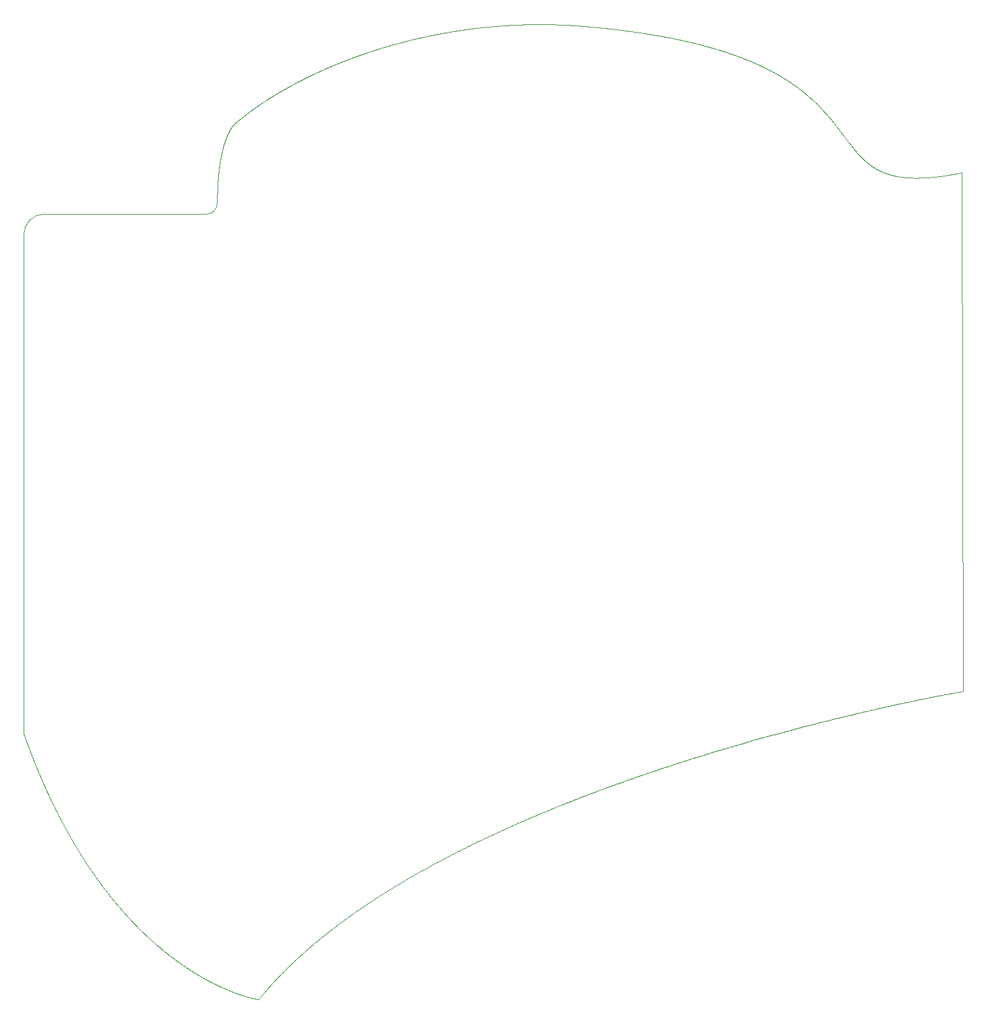
<source format=gbr>
%TF.GenerationSoftware,KiCad,Pcbnew,9.0.2-9.0.2-0~ubuntu24.04.1*%
%TF.CreationDate,2025-07-03T20:15:33-04:00*%
%TF.ProjectId,custom_Hackboard,63757374-6f6d-45f4-9861-636b626f6172,rev?*%
%TF.SameCoordinates,Original*%
%TF.FileFunction,Profile,NP*%
%FSLAX46Y46*%
G04 Gerber Fmt 4.6, Leading zero omitted, Abs format (unit mm)*
G04 Created by KiCad (PCBNEW 9.0.2-9.0.2-0~ubuntu24.04.1) date 2025-07-03 20:15:33*
%MOMM*%
%LPD*%
G01*
G04 APERTURE LIST*
%ADD10C,0.050000*%
%TA.AperFunction,Profile*%
%ADD11C,0.050000*%
%TD*%
G04 APERTURE END LIST*
D10*
X439530000Y-328250000D02*
X439545012Y-328292382D01*
X439560033Y-328334730D01*
X439575067Y-328377054D01*
X439590110Y-328419344D01*
X439605166Y-328461611D01*
X439620230Y-328503843D01*
X439635308Y-328546052D01*
X439650395Y-328588227D01*
X439665494Y-328630378D01*
X439680603Y-328672495D01*
X439695724Y-328714588D01*
X439710854Y-328756648D01*
X439725997Y-328798683D01*
X439741150Y-328840685D01*
X439756314Y-328882663D01*
X439771488Y-328924608D01*
X439786675Y-328966528D01*
X439801870Y-329008415D01*
X439817078Y-329050278D01*
X439832296Y-329092108D01*
X439847525Y-329133913D01*
X439862764Y-329175685D01*
X439878016Y-329217434D01*
X439893276Y-329259148D01*
X439908549Y-329300839D01*
X439923831Y-329342496D01*
X439939126Y-329384130D01*
X439954430Y-329425730D01*
X439969746Y-329467306D01*
X439985071Y-329508849D01*
X440000409Y-329550368D01*
X440015755Y-329591853D01*
X440031114Y-329633315D01*
X440046482Y-329674743D01*
X440061863Y-329716148D01*
X440077253Y-329757519D01*
X440092655Y-329798867D01*
X440108065Y-329840181D01*
X440123489Y-329881471D01*
X440138921Y-329922728D01*
X440154366Y-329963962D01*
X440169820Y-330005162D01*
X440185286Y-330046338D01*
X440200761Y-330087481D01*
X440216248Y-330128601D01*
X440231744Y-330169687D01*
X440247253Y-330210749D01*
X440262770Y-330251778D01*
X440278300Y-330292784D01*
X440293839Y-330333756D01*
X440309390Y-330374705D01*
X440324950Y-330415620D01*
X440340522Y-330456512D01*
X440356103Y-330497371D01*
X440371697Y-330538206D01*
X440387299Y-330579008D01*
X440402914Y-330619787D01*
X440418537Y-330660532D01*
X440434173Y-330701254D01*
X440449817Y-330741942D01*
X440465474Y-330782607D01*
X440481139Y-330823239D01*
X440496817Y-330863848D01*
X440512503Y-330904423D01*
X440528202Y-330944975D01*
X440543910Y-330985494D01*
X440559629Y-331025989D01*
X440575358Y-331066451D01*
X440591099Y-331106890D01*
X440606848Y-331147296D01*
X440622609Y-331187679D01*
X440638380Y-331228028D01*
X440654162Y-331268354D01*
X440669953Y-331308647D01*
X440685757Y-331348917D01*
X440701568Y-331389153D01*
X440717393Y-331429367D01*
X440733225Y-331469547D01*
X440749071Y-331509704D01*
X440764924Y-331549828D01*
X440780790Y-331589929D01*
X440796664Y-331629996D01*
X440812551Y-331670041D01*
X440828446Y-331710053D01*
X440844353Y-331750041D01*
X440860268Y-331789996D01*
X440876196Y-331829929D01*
X440892133Y-331869828D01*
X440908081Y-331909704D01*
X440924038Y-331949547D01*
X440940008Y-331989368D01*
X440955985Y-332029155D01*
X440971975Y-332068919D01*
X440987973Y-332108650D01*
X441003984Y-332148358D01*
X441020002Y-332188033D01*
X441036033Y-332227685D01*
X441052072Y-332267304D01*
X441068124Y-332306901D01*
X441084184Y-332346464D01*
X441100256Y-332386005D01*
X441116336Y-332425512D01*
X441132428Y-332464997D01*
X441148529Y-332504448D01*
X441164642Y-332543877D01*
X441180762Y-332583273D01*
X441196896Y-332622646D01*
X441213037Y-332661986D01*
X441229191Y-332701304D01*
X441245352Y-332740588D01*
X441261526Y-332779850D01*
X441277708Y-332819078D01*
X441293903Y-332858285D01*
X441310105Y-332897458D01*
X441326320Y-332936608D01*
X441342542Y-332975726D01*
X441358777Y-333014821D01*
X441375020Y-333053882D01*
X441391275Y-333092922D01*
X441407538Y-333131928D01*
X441423813Y-333170912D01*
X441440096Y-333209863D01*
X441456391Y-333248792D01*
X441472695Y-333287687D01*
X441489010Y-333326561D01*
X441505334Y-333365401D01*
X441521669Y-333404218D01*
X441538013Y-333443003D01*
X441554369Y-333481766D01*
X441570732Y-333520495D01*
X441587108Y-333559202D01*
X441603491Y-333597876D01*
X441619887Y-333636528D01*
X441636291Y-333675147D01*
X441652707Y-333713744D01*
X441669130Y-333752308D01*
X441685566Y-333790849D01*
X441702010Y-333829358D01*
X441718465Y-333867844D01*
X441734929Y-333906297D01*
X441751404Y-333944729D01*
X441767888Y-333983127D01*
X441784383Y-334021503D01*
X441800886Y-334059847D01*
X441817402Y-334098168D01*
X441833925Y-334136456D01*
X441850460Y-334174722D01*
X441867003Y-334212955D01*
X441883558Y-334251167D01*
X441900120Y-334289345D01*
X441916695Y-334327501D01*
X441933277Y-334365625D01*
X441949872Y-334403726D01*
X441966474Y-334441795D01*
X441983088Y-334479841D01*
X441999710Y-334517855D01*
X442016344Y-334555847D01*
X442032985Y-334593806D01*
X442049639Y-334631743D01*
X442066300Y-334669647D01*
X442082973Y-334707530D01*
X442099653Y-334745379D01*
X442116346Y-334783207D01*
X442133046Y-334821001D01*
X442149759Y-334858774D01*
X442166479Y-334896515D01*
X442183210Y-334934233D01*
X442199950Y-334971918D01*
X442216701Y-335009582D01*
X442233460Y-335047213D01*
X442250231Y-335084823D01*
X442267009Y-335122399D01*
X442283799Y-335159954D01*
X442300597Y-335197476D01*
X442317407Y-335234976D01*
X442334224Y-335272443D01*
X442351053Y-335309889D01*
X442367890Y-335347302D01*
X442384738Y-335384694D01*
X442401594Y-335422052D01*
X442418462Y-335459390D01*
X442435337Y-335496694D01*
X442452224Y-335533977D01*
X442469119Y-335571227D01*
X442486025Y-335608455D01*
X442502939Y-335645651D01*
X442519865Y-335682825D01*
X442536798Y-335719967D01*
X442553743Y-335757087D01*
X442570695Y-335794174D01*
X442587659Y-335831240D01*
X442604630Y-335868273D01*
X442621614Y-335905285D01*
X442638604Y-335942264D01*
X442655607Y-335979222D01*
X442672616Y-336016147D01*
X442689638Y-336053050D01*
X442706667Y-336089921D01*
X442723708Y-336126771D01*
X442740755Y-336163587D01*
X442757815Y-336200383D01*
X442774882Y-336237146D01*
X442791961Y-336273888D01*
X442809047Y-336310596D01*
X442826145Y-336347284D01*
X442843249Y-336383939D01*
X442860366Y-336420573D01*
X442877490Y-336457174D01*
X442894626Y-336493754D01*
X442911769Y-336530301D01*
X442928924Y-336566828D01*
X442946085Y-336603321D01*
X442963259Y-336639794D01*
X442980439Y-336676233D01*
X442997632Y-336712652D01*
X443014831Y-336749038D01*
X443032043Y-336785403D01*
X443049261Y-336821735D01*
X443066491Y-336858046D01*
X443083728Y-336894325D01*
X443100977Y-336930583D01*
X443118233Y-336966808D01*
X443135501Y-337003012D01*
X443152775Y-337039183D01*
X443170062Y-337075334D01*
X443187355Y-337111452D01*
X443204660Y-337147549D01*
X443221972Y-337183613D01*
X443239296Y-337219657D01*
X443256627Y-337255668D01*
X443273969Y-337291658D01*
X443291318Y-337327615D01*
X443326048Y-337399456D01*
X443360814Y-337471190D01*
X443395617Y-337542817D01*
X443430457Y-337614338D01*
X443465335Y-337685752D01*
X443500249Y-337757059D01*
X443535200Y-337828261D01*
X443570188Y-337899356D01*
X443605213Y-337970344D01*
X443640275Y-338041227D01*
X443675373Y-338112003D01*
X443710508Y-338182673D01*
X443745680Y-338253238D01*
X443780888Y-338323696D01*
X443816132Y-338394049D01*
X443851413Y-338464296D01*
X443886731Y-338534437D01*
X443922084Y-338604472D01*
X443957474Y-338674402D01*
X443992900Y-338744227D01*
X444028362Y-338813946D01*
X444063861Y-338883559D01*
X444099395Y-338953068D01*
X444134965Y-339022471D01*
X444170572Y-339091769D01*
X444206214Y-339160962D01*
X444241892Y-339230050D01*
X444277605Y-339299033D01*
X444313355Y-339367911D01*
X444349140Y-339436684D01*
X444384961Y-339505353D01*
X444420817Y-339573916D01*
X444456708Y-339642376D01*
X444492636Y-339710730D01*
X444528598Y-339778981D01*
X444564596Y-339847127D01*
X444600629Y-339915168D01*
X444636698Y-339983105D01*
X444672801Y-340050938D01*
X444708940Y-340118667D01*
X444745114Y-340186292D01*
X444781323Y-340253813D01*
X444817566Y-340321230D01*
X444853845Y-340388543D01*
X444890158Y-340455752D01*
X444926507Y-340522858D01*
X444962890Y-340589860D01*
X444999308Y-340656758D01*
X445035760Y-340723553D01*
X445072247Y-340790244D01*
X445108769Y-340856832D01*
X445145325Y-340923316D01*
X445181915Y-340989697D01*
X445218540Y-341055975D01*
X445255199Y-341122150D01*
X445291892Y-341188222D01*
X445328620Y-341254191D01*
X445365382Y-341320056D01*
X445402178Y-341385819D01*
X445439008Y-341451479D01*
X445475872Y-341517037D01*
X445512769Y-341582491D01*
X445549701Y-341647843D01*
X445586667Y-341713093D01*
X445623666Y-341778240D01*
X445660700Y-341843284D01*
X445697766Y-341908226D01*
X445734867Y-341973066D01*
X445772001Y-342037804D01*
X445809169Y-342102439D01*
X445846370Y-342166972D01*
X445883604Y-342231403D01*
X445920872Y-342295733D01*
X445958173Y-342359960D01*
X445995508Y-342424085D01*
X446032875Y-342488109D01*
X446070276Y-342552030D01*
X446107710Y-342615851D01*
X446145177Y-342679569D01*
X446182677Y-342743186D01*
X446220210Y-342806701D01*
X446257776Y-342870115D01*
X446295375Y-342933428D01*
X446333006Y-342996639D01*
X446370670Y-343059749D01*
X446408367Y-343122758D01*
X446446097Y-343185666D01*
X446483859Y-343248472D01*
X446521654Y-343311178D01*
X446559481Y-343373783D01*
X446597340Y-343436286D01*
X446635232Y-343498689D01*
X446673156Y-343560992D01*
X446711113Y-343623193D01*
X446749102Y-343685294D01*
X446787122Y-343747294D01*
X446825175Y-343809194D01*
X446863260Y-343870993D01*
X446901378Y-343932692D01*
X446939526Y-343994290D01*
X446977707Y-344055788D01*
X447015920Y-344117186D01*
X447054165Y-344178484D01*
X447092441Y-344239681D01*
X447130749Y-344300779D01*
X447169088Y-344361776D01*
X447207459Y-344422674D01*
X447245862Y-344483472D01*
X447284296Y-344544170D01*
X447322762Y-344604768D01*
X447361259Y-344665266D01*
X447399787Y-344725665D01*
X447438347Y-344785964D01*
X447476937Y-344846163D01*
X447515559Y-344906263D01*
X447554212Y-344966264D01*
X447592896Y-345026165D01*
X447631611Y-345085967D01*
X447670357Y-345145670D01*
X447709134Y-345205273D01*
X447747942Y-345264778D01*
X447786781Y-345324183D01*
X447825650Y-345383489D01*
X447864550Y-345442696D01*
X447903480Y-345501805D01*
X447942442Y-345560814D01*
X447981433Y-345619725D01*
X448020455Y-345678536D01*
X448059508Y-345737250D01*
X448098591Y-345795864D01*
X448137704Y-345854380D01*
X448176848Y-345912797D01*
X448216022Y-345971116D01*
X448255226Y-346029336D01*
X448294460Y-346087458D01*
X448333724Y-346145482D01*
X448373018Y-346203408D01*
X448412342Y-346261235D01*
X448451696Y-346318964D01*
X448491079Y-346376595D01*
X448530493Y-346434127D01*
X448569936Y-346491562D01*
X448609409Y-346548899D01*
X448648912Y-346606138D01*
X448688444Y-346663279D01*
X448728006Y-346720322D01*
X448767597Y-346777268D01*
X448807217Y-346834116D01*
X448846867Y-346890866D01*
X448886546Y-346947519D01*
X448926255Y-347004074D01*
X448965992Y-347060531D01*
X449005759Y-347116891D01*
X449045555Y-347173154D01*
X449085380Y-347229319D01*
X449125234Y-347285387D01*
X449165117Y-347341358D01*
X449205029Y-347397232D01*
X449244969Y-347453008D01*
X449284938Y-347508688D01*
X449324936Y-347564270D01*
X449364963Y-347619755D01*
X449405018Y-347675144D01*
X449445102Y-347730435D01*
X449485215Y-347785630D01*
X449525355Y-347840728D01*
X449565525Y-347895729D01*
X449605722Y-347950633D01*
X449645948Y-348005441D01*
X449686202Y-348060152D01*
X449726484Y-348114767D01*
X449766795Y-348169285D01*
X449807133Y-348223707D01*
X449847499Y-348278032D01*
X449887894Y-348332261D01*
X449928316Y-348386393D01*
X449968766Y-348440429D01*
X450009244Y-348494369D01*
X450049750Y-348548213D01*
X450090283Y-348601961D01*
X450130844Y-348655612D01*
X450171432Y-348709168D01*
X450212048Y-348762627D01*
X450252692Y-348815991D01*
X450293363Y-348869258D01*
X450334061Y-348922430D01*
X450374787Y-348975506D01*
X450415539Y-349028486D01*
X450456319Y-349081370D01*
X450497126Y-349134159D01*
X450537960Y-349186852D01*
X450578822Y-349239449D01*
X450619710Y-349291951D01*
X450660625Y-349344358D01*
X450701567Y-349396669D01*
X450742535Y-349448884D01*
X450783531Y-349501004D01*
X450824553Y-349553029D01*
X450865601Y-349604958D01*
X450906677Y-349656792D01*
X450947778Y-349708531D01*
X450988906Y-349760175D01*
X451030061Y-349811724D01*
X451071242Y-349863177D01*
X451112449Y-349914535D01*
X451153683Y-349965799D01*
X451194942Y-350016967D01*
X451236228Y-350068041D01*
X451277539Y-350119019D01*
X451318877Y-350169903D01*
X451360241Y-350220692D01*
X451401630Y-350271386D01*
X451443046Y-350321986D01*
X451484487Y-350372490D01*
X451525954Y-350422900D01*
X451567446Y-350473216D01*
X451608964Y-350523437D01*
X451650507Y-350573563D01*
X451692076Y-350623595D01*
X451733671Y-350673532D01*
X451775291Y-350723375D01*
X451816936Y-350773123D01*
X451858606Y-350822778D01*
X451900301Y-350872337D01*
X451942022Y-350921803D01*
X451983767Y-350971174D01*
X452025538Y-351020451D01*
X452067333Y-351069634D01*
X452109154Y-351118723D01*
X452150999Y-351167718D01*
X452192869Y-351216618D01*
X452234763Y-351265425D01*
X452276683Y-351314137D01*
X452318626Y-351362756D01*
X452360595Y-351411281D01*
X452402587Y-351459711D01*
X452444605Y-351508048D01*
X452486646Y-351556291D01*
X452528712Y-351604441D01*
X452570802Y-351652496D01*
X452612916Y-351700458D01*
X452655054Y-351748326D01*
X452697216Y-351796100D01*
X452739402Y-351843781D01*
X452781612Y-351891368D01*
X452823845Y-351938862D01*
X452866103Y-351986262D01*
X452908384Y-352033569D01*
X452950689Y-352080782D01*
X452993017Y-352127901D01*
X453035369Y-352174928D01*
X453077744Y-352221861D01*
X453120143Y-352268700D01*
X453162565Y-352315446D01*
X453205010Y-352362099D01*
X453247478Y-352408659D01*
X453289970Y-352455125D01*
X453332484Y-352501499D01*
X453375022Y-352547779D01*
X453417582Y-352593965D01*
X453460166Y-352640059D01*
X453502772Y-352686060D01*
X453545400Y-352731968D01*
X453588052Y-352777782D01*
X453630726Y-352823504D01*
X453673422Y-352869132D01*
X453716141Y-352914668D01*
X453758883Y-352960111D01*
X453801646Y-353005460D01*
X453844432Y-353050717D01*
X453887240Y-353095881D01*
X453930070Y-353140952D01*
X453972923Y-353185931D01*
X454015797Y-353230817D01*
X454058693Y-353275609D01*
X454101611Y-353320310D01*
X454144550Y-353364917D01*
X454187512Y-353409432D01*
X454230495Y-353453854D01*
X454273499Y-353498183D01*
X454316525Y-353542420D01*
X454359573Y-353586564D01*
X454402641Y-353630616D01*
X454445731Y-353674575D01*
X454488842Y-353718442D01*
X454531975Y-353762216D01*
X454575128Y-353805898D01*
X454618302Y-353849487D01*
X454661497Y-353892983D01*
X454704713Y-353936388D01*
X454747950Y-353979700D01*
X454791207Y-354022919D01*
X454834485Y-354066046D01*
X454877784Y-354109081D01*
X454921103Y-354152023D01*
X454964442Y-354194874D01*
X455007802Y-354237631D01*
X455051182Y-354280297D01*
X455094582Y-354322870D01*
X455138002Y-354365351D01*
X455181442Y-354407740D01*
X455224902Y-354450037D01*
X455268381Y-354492242D01*
X455311881Y-354534354D01*
X455355400Y-354576374D01*
X455398939Y-354618302D01*
X455442497Y-354660138D01*
X455486075Y-354701882D01*
X455529672Y-354743533D01*
X455573288Y-354785093D01*
X455616924Y-354826560D01*
X455660579Y-354867936D01*
X455704252Y-354909219D01*
X455747945Y-354950411D01*
X455791656Y-354991510D01*
X455835387Y-355032518D01*
X455879136Y-355073433D01*
X455922903Y-355114256D01*
X455966689Y-355154988D01*
X456010494Y-355195627D01*
X456054317Y-355236175D01*
X456098158Y-355276630D01*
X456142017Y-355316994D01*
X456185895Y-355357266D01*
X456229790Y-355397446D01*
X456273703Y-355437534D01*
X456317635Y-355477530D01*
X456361584Y-355517434D01*
X456405550Y-355557246D01*
X456449534Y-355596966D01*
X456493536Y-355636595D01*
X456537555Y-355676132D01*
X456581591Y-355715576D01*
X456625645Y-355754930D01*
X456669715Y-355794191D01*
X456713803Y-355833360D01*
X456757908Y-355872438D01*
X456802029Y-355911423D01*
X456846167Y-355950317D01*
X456890322Y-355989119D01*
X456934493Y-356027829D01*
X456978681Y-356066448D01*
X457022885Y-356104974D01*
X457067105Y-356143409D01*
X457111342Y-356181752D01*
X457155594Y-356220004D01*
X457199863Y-356258163D01*
X457244147Y-356296231D01*
X457288447Y-356334207D01*
X457332763Y-356372091D01*
X457377094Y-356409883D01*
X457421441Y-356447583D01*
X457465803Y-356485192D01*
X457510181Y-356522709D01*
X457554573Y-356560134D01*
X457598981Y-356597467D01*
X457643403Y-356634709D01*
X457687841Y-356671858D01*
X457732293Y-356708916D01*
X457776760Y-356745882D01*
X457821241Y-356782757D01*
X457865736Y-356819539D01*
X457910246Y-356856230D01*
X457954770Y-356892828D01*
X457999308Y-356929335D01*
X458043860Y-356965750D01*
X458088426Y-357002074D01*
X458133006Y-357038305D01*
X458177599Y-357074445D01*
X458222206Y-357110492D01*
X458266826Y-357146448D01*
X458311460Y-357182312D01*
X458356106Y-357218084D01*
X458400766Y-357253764D01*
X458445438Y-357289352D01*
X458490124Y-357324848D01*
X458534821Y-357360253D01*
X458579532Y-357395565D01*
X458624255Y-357430785D01*
X458668990Y-357465914D01*
X458713738Y-357500950D01*
X458758497Y-357535895D01*
X458803269Y-357570747D01*
X458848052Y-357605508D01*
X458892847Y-357640176D01*
X458937653Y-357674752D01*
X458982471Y-357709236D01*
X459027300Y-357743629D01*
X459072141Y-357777929D01*
X459116992Y-357812137D01*
X459161854Y-357846252D01*
X459206727Y-357880276D01*
X459251611Y-357914207D01*
X459296505Y-357948047D01*
X459341410Y-357981794D01*
X459386324Y-358015449D01*
X459431249Y-358049011D01*
X459476184Y-358082481D01*
X459521128Y-358115860D01*
X459566082Y-358149145D01*
X459611046Y-358182339D01*
X459656019Y-358215440D01*
X459701001Y-358248448D01*
X459745993Y-358281365D01*
X459790993Y-358314188D01*
X459836002Y-358346920D01*
X459881019Y-358379559D01*
X459926045Y-358412105D01*
X459971080Y-358444559D01*
X460016122Y-358476920D01*
X460061173Y-358509189D01*
X460106231Y-358541365D01*
X460151297Y-358573448D01*
X460196371Y-358605439D01*
X460241451Y-358637337D01*
X460286540Y-358669143D01*
X460331635Y-358700855D01*
X460376737Y-358732475D01*
X460421845Y-358764002D01*
X460466961Y-358795436D01*
X460512082Y-358826777D01*
X460557210Y-358858026D01*
X460602344Y-358889181D01*
X460647483Y-358920243D01*
X460692629Y-358951213D01*
X460737780Y-358982089D01*
X460782936Y-359012872D01*
X460828097Y-359043562D01*
X460873263Y-359074159D01*
X460918434Y-359104663D01*
X460963610Y-359135073D01*
X461008790Y-359165390D01*
X461053974Y-359195614D01*
X461099162Y-359225745D01*
X461144354Y-359255782D01*
X461189550Y-359285725D01*
X461234749Y-359315575D01*
X461279952Y-359345332D01*
X461325157Y-359374995D01*
X461370365Y-359404564D01*
X461415576Y-359434040D01*
X461460789Y-359463422D01*
X461506005Y-359492710D01*
X461551223Y-359521904D01*
X461596442Y-359551005D01*
X461641663Y-359580012D01*
X461686885Y-359608924D01*
X461732109Y-359637743D01*
X461777333Y-359666467D01*
X461822559Y-359695098D01*
X461867784Y-359723634D01*
X461913010Y-359752076D01*
X461958237Y-359780424D01*
X462003462Y-359808678D01*
X462048688Y-359836837D01*
X462093913Y-359864901D01*
X462139137Y-359892872D01*
X462184360Y-359920747D01*
X462229581Y-359948528D01*
X462274801Y-359976215D01*
X462320019Y-360003806D01*
X462365235Y-360031303D01*
X462410449Y-360058705D01*
X462455660Y-360086012D01*
X462500868Y-360113224D01*
X462546073Y-360140341D01*
X462591275Y-360167363D01*
X462636473Y-360194290D01*
X462681667Y-360221122D01*
X462726857Y-360247858D01*
X462772043Y-360274499D01*
X462817223Y-360301045D01*
X462862399Y-360327495D01*
X462907570Y-360353849D01*
X462952735Y-360380108D01*
X462997894Y-360406271D01*
X463043047Y-360432338D01*
X463088193Y-360458309D01*
X463133333Y-360484185D01*
X463178466Y-360509964D01*
X463223592Y-360535648D01*
X463268709Y-360561235D01*
X463313819Y-360586726D01*
X463358921Y-360612120D01*
X463404014Y-360637418D01*
X463449098Y-360662620D01*
X463494173Y-360687725D01*
X463539238Y-360712734D01*
X463584294Y-360737645D01*
X463629339Y-360762460D01*
X463674374Y-360787178D01*
X463719397Y-360811799D01*
X463764410Y-360836323D01*
X463809411Y-360860749D01*
X463854400Y-360885079D01*
X463899377Y-360909311D01*
X463944341Y-360933445D01*
X463989291Y-360957482D01*
X464034229Y-360981422D01*
X464079153Y-361005263D01*
X464124062Y-361029007D01*
X464168957Y-361052653D01*
X464213837Y-361076200D01*
X464258702Y-361099650D01*
X464303551Y-361123001D01*
X464348383Y-361146254D01*
X464393200Y-361169409D01*
X464437999Y-361192465D01*
X464482781Y-361215422D01*
X464527544Y-361238281D01*
X464572290Y-361261040D01*
X464617017Y-361283701D01*
X464661725Y-361306262D01*
X464706413Y-361328724D01*
X464751081Y-361351087D01*
X464795729Y-361373351D01*
X464840356Y-361395515D01*
X464884961Y-361417579D01*
X464929544Y-361439543D01*
X464974105Y-361461407D01*
X465018643Y-361483172D01*
X465063158Y-361504836D01*
X465107648Y-361526400D01*
X465152115Y-361547863D01*
X465196556Y-361569226D01*
X465240972Y-361590488D01*
X465285362Y-361611649D01*
X465329725Y-361632709D01*
X465374061Y-361653668D01*
X465418370Y-361674526D01*
X465462650Y-361695282D01*
X465506902Y-361715937D01*
X465551124Y-361736490D01*
X465595316Y-361756941D01*
X465639478Y-361777291D01*
X465683609Y-361797538D01*
X465727708Y-361817683D01*
X465771774Y-361837725D01*
X465815807Y-361857665D01*
X465859807Y-361877502D01*
X465903773Y-361897236D01*
X465947703Y-361916867D01*
X465991598Y-361936395D01*
X466035456Y-361955819D01*
X466079277Y-361975140D01*
X466123061Y-361994357D01*
X466166806Y-362013470D01*
X466210512Y-362032480D01*
X466254178Y-362051384D01*
X466297804Y-362070185D01*
X466341388Y-362088880D01*
X466384929Y-362107471D01*
X466428428Y-362125957D01*
X466471883Y-362144338D01*
X466515294Y-362162613D01*
X466558658Y-362180783D01*
X466601977Y-362198847D01*
X466645249Y-362216805D01*
X466688472Y-362234657D01*
X466731647Y-362252403D01*
X466774772Y-362270041D01*
X466817846Y-362287573D01*
X466860868Y-362304999D01*
X466903838Y-362322316D01*
X466946754Y-362339527D01*
X466989616Y-362356629D01*
X467032422Y-362373624D01*
X467075172Y-362390511D01*
X467117864Y-362407289D01*
X467160497Y-362423959D01*
X467203071Y-362440519D01*
X467245584Y-362456971D01*
X467288034Y-362473313D01*
X467330422Y-362489546D01*
X467372746Y-362505669D01*
X467415004Y-362521682D01*
X467457195Y-362537584D01*
X467499318Y-362553376D01*
X467541373Y-362569057D01*
X467583356Y-362584626D01*
X467625268Y-362600084D01*
X467667107Y-362615430D01*
X467708872Y-362630665D01*
X467750560Y-362645786D01*
X467792172Y-362660796D01*
X467833704Y-362675692D01*
X467875157Y-362690475D01*
X467916527Y-362705144D01*
X467957814Y-362719699D01*
X467999017Y-362734140D01*
X468040132Y-362748467D01*
X468081160Y-362762678D01*
X468122097Y-362776775D01*
X468162943Y-362790755D01*
X468203696Y-362804620D01*
X468244353Y-362818368D01*
X468284913Y-362831999D01*
X468325373Y-362845513D01*
X468365733Y-362858910D01*
X468405990Y-362872189D01*
X468446141Y-362885349D01*
X468486186Y-362898391D01*
X468526120Y-362911313D01*
X468565943Y-362924116D01*
X468605652Y-362936798D01*
X468645244Y-362949360D01*
X468684718Y-362961801D01*
X468724070Y-362974121D01*
X468763298Y-362986318D01*
X468802400Y-362998393D01*
X468841372Y-363010345D01*
X468880212Y-363022174D01*
X468918917Y-363033878D01*
X468957484Y-363045458D01*
X468995910Y-363056912D01*
X469034192Y-363068241D01*
X469072326Y-363079444D01*
X469110308Y-363090519D01*
X469148137Y-363101467D01*
X469185807Y-363112286D01*
X469223315Y-363122977D01*
X469260657Y-363133538D01*
X469297829Y-363143968D01*
X469334827Y-363154267D01*
X469371646Y-363164435D01*
X469408283Y-363174470D01*
X469444732Y-363184371D01*
X469480988Y-363194138D01*
X469517046Y-363203770D01*
X469552901Y-363213266D01*
X469588548Y-363222625D01*
X469623980Y-363231845D01*
X469659192Y-363240927D01*
X469694177Y-363249869D01*
X469728928Y-363258670D01*
X469763439Y-363267328D01*
X469797702Y-363275843D01*
X469831709Y-363284213D01*
X469865452Y-363292437D01*
X469898924Y-363300513D01*
X469932113Y-363308441D01*
X469965012Y-363316218D01*
X469997610Y-363323843D01*
X470029895Y-363331315D01*
X470061857Y-363338631D01*
X470093482Y-363345789D01*
X470124758Y-363352789D01*
X470155671Y-363359626D01*
X470186205Y-363366300D01*
X470216343Y-363372807D01*
X470246068Y-363379145D01*
X470275360Y-363385311D01*
X470304197Y-363391302D01*
X470332557Y-363397114D01*
X470360413Y-363402744D01*
X470387735Y-363408187D01*
X470414493Y-363413439D01*
X470440649Y-363418494D01*
X470466161Y-363423347D01*
X470490983Y-363427990D01*
X470515057Y-363432416D01*
X470538318Y-363436616D01*
X470560687Y-363440578D01*
X470582065Y-363444289D01*
X470602329Y-363447732D01*
X470621315Y-363450884D01*
X470638797Y-363453715D01*
X470654436Y-363456178D01*
X470667664Y-363458198D01*
X470677281Y-363459614D01*
X470680000Y-363460000D01*
D11*
X463740000Y-259400000D02*
X442250000Y-259370000D01*
D10*
X467580000Y-247330000D02*
X467617738Y-247297738D01*
X467655628Y-247265452D01*
X467693670Y-247233142D01*
X467731862Y-247200808D01*
X467770206Y-247168452D01*
X467808701Y-247136072D01*
X467847348Y-247103670D01*
X467886145Y-247071246D01*
X467925093Y-247038799D01*
X467964193Y-247006332D01*
X468003442Y-246973843D01*
X468042843Y-246941334D01*
X468082394Y-246908804D01*
X468122096Y-246876254D01*
X468161947Y-246843684D01*
X468201949Y-246811095D01*
X468242101Y-246778487D01*
X468282403Y-246745861D01*
X468322855Y-246713216D01*
X468363456Y-246680553D01*
X468404207Y-246647872D01*
X468445108Y-246615175D01*
X468486158Y-246582460D01*
X468527357Y-246549729D01*
X468568704Y-246516982D01*
X468610201Y-246484219D01*
X468651846Y-246451441D01*
X468693640Y-246418648D01*
X468735583Y-246385840D01*
X468777673Y-246353017D01*
X468819912Y-246320181D01*
X468862298Y-246287331D01*
X468904833Y-246254468D01*
X468947514Y-246221592D01*
X468990344Y-246188704D01*
X469033320Y-246155804D01*
X469076443Y-246122891D01*
X469119714Y-246089968D01*
X469163131Y-246057033D01*
X469206694Y-246024088D01*
X469250403Y-245991133D01*
X469294259Y-245958167D01*
X469338261Y-245925193D01*
X469382408Y-245892209D01*
X469426701Y-245859216D01*
X469471139Y-245826215D01*
X469515722Y-245793206D01*
X469560450Y-245760189D01*
X469605322Y-245727165D01*
X469650339Y-245694134D01*
X469695500Y-245661097D01*
X469740806Y-245628053D01*
X469786254Y-245595004D01*
X469831847Y-245561949D01*
X469877583Y-245528890D01*
X469923461Y-245495825D01*
X469969483Y-245462757D01*
X470015647Y-245429684D01*
X470061954Y-245396608D01*
X470108402Y-245363529D01*
X470154993Y-245330448D01*
X470201725Y-245297363D01*
X470248598Y-245264277D01*
X470295613Y-245231189D01*
X470342768Y-245198100D01*
X470390064Y-245165011D01*
X470437500Y-245131920D01*
X470485077Y-245098830D01*
X470532793Y-245065740D01*
X470580648Y-245032650D01*
X470628643Y-244999562D01*
X470676777Y-244966475D01*
X470725050Y-244933390D01*
X470773461Y-244900306D01*
X470822010Y-244867226D01*
X470870697Y-244834148D01*
X470919522Y-244801074D01*
X470968484Y-244768003D01*
X471017583Y-244734937D01*
X471066819Y-244701875D01*
X471116191Y-244668817D01*
X471165699Y-244635765D01*
X471215343Y-244602719D01*
X471265123Y-244569678D01*
X471315038Y-244536644D01*
X471365088Y-244503616D01*
X471415273Y-244470596D01*
X471465591Y-244437583D01*
X471516044Y-244404577D01*
X471566631Y-244371580D01*
X471617351Y-244338592D01*
X471668204Y-244305612D01*
X471719190Y-244272642D01*
X471744733Y-244256160D01*
X471770308Y-244239681D01*
X471795918Y-244223204D01*
X471821558Y-244206731D01*
X471847234Y-244190259D01*
X471872940Y-244173791D01*
X471898682Y-244157324D01*
X471924454Y-244140862D01*
X471950261Y-244124401D01*
X471976099Y-244107944D01*
X472001971Y-244091488D01*
X472027874Y-244075037D01*
X472053812Y-244058588D01*
X472079781Y-244042142D01*
X472105783Y-244025699D01*
X472131817Y-244009260D01*
X472157885Y-243992823D01*
X472183983Y-243976390D01*
X472210116Y-243959960D01*
X472236279Y-243943534D01*
X472262476Y-243927110D01*
X472288703Y-243910691D01*
X472314965Y-243894274D01*
X472341257Y-243877861D01*
X472367583Y-243861451D01*
X472393939Y-243845046D01*
X472420329Y-243828643D01*
X472446749Y-243812245D01*
X472473203Y-243795850D01*
X472499687Y-243779459D01*
X472526205Y-243763071D01*
X472552753Y-243746688D01*
X472579334Y-243730308D01*
X472605945Y-243713933D01*
X472632590Y-243697561D01*
X472659264Y-243681194D01*
X472685972Y-243664830D01*
X472712710Y-243648471D01*
X472739481Y-243632115D01*
X472766282Y-243615765D01*
X472793116Y-243599418D01*
X472819979Y-243583076D01*
X472846876Y-243566737D01*
X472873802Y-243550404D01*
X472900761Y-243534074D01*
X472927750Y-243517750D01*
X472954771Y-243501429D01*
X472981822Y-243485114D01*
X473008906Y-243468803D01*
X473036019Y-243452497D01*
X473063164Y-243436195D01*
X473090340Y-243419898D01*
X473117547Y-243403606D01*
X473144784Y-243387319D01*
X473172053Y-243371037D01*
X473199351Y-243354760D01*
X473226682Y-243338487D01*
X473254042Y-243322220D01*
X473281433Y-243305957D01*
X473308854Y-243289700D01*
X473336307Y-243273448D01*
X473363789Y-243257201D01*
X473391303Y-243240960D01*
X473418846Y-243224724D01*
X473446420Y-243208492D01*
X473474024Y-243192267D01*
X473501658Y-243176047D01*
X473529323Y-243159832D01*
X473557018Y-243143623D01*
X473584742Y-243127420D01*
X473612498Y-243111221D01*
X473640282Y-243095029D01*
X473668097Y-243078842D01*
X473695942Y-243062662D01*
X473723817Y-243046486D01*
X473751721Y-243030317D01*
X473779656Y-243014154D01*
X473807620Y-242997996D01*
X473835614Y-242981844D01*
X473863637Y-242965699D01*
X473891690Y-242949559D01*
X473919772Y-242933426D01*
X473947885Y-242917298D01*
X473976026Y-242901177D01*
X474004197Y-242885062D01*
X474032397Y-242868953D01*
X474060627Y-242852851D01*
X474088886Y-242836755D01*
X474117174Y-242820665D01*
X474145491Y-242804582D01*
X474173837Y-242788505D01*
X474202213Y-242772435D01*
X474230617Y-242756371D01*
X474259051Y-242740314D01*
X474287513Y-242724263D01*
X474316004Y-242708219D01*
X474344524Y-242692182D01*
X474373073Y-242676152D01*
X474401651Y-242660128D01*
X474430257Y-242644112D01*
X474458892Y-242628102D01*
X474487556Y-242612099D01*
X474516248Y-242596103D01*
X474544969Y-242580114D01*
X474573717Y-242564132D01*
X474602495Y-242548158D01*
X474631301Y-242532190D01*
X474660135Y-242516230D01*
X474688997Y-242500277D01*
X474717888Y-242484331D01*
X474746806Y-242468392D01*
X474775753Y-242452461D01*
X474804728Y-242436537D01*
X474833731Y-242420621D01*
X474862762Y-242404712D01*
X474891821Y-242388810D01*
X474920907Y-242372917D01*
X474950022Y-242357030D01*
X474979163Y-242341152D01*
X475008334Y-242325281D01*
X475037531Y-242309418D01*
X475066757Y-242293562D01*
X475096009Y-242277715D01*
X475125290Y-242261875D01*
X475154597Y-242246043D01*
X475183932Y-242230219D01*
X475213294Y-242214403D01*
X475242685Y-242198595D01*
X475272101Y-242182796D01*
X475301546Y-242167003D01*
X475331017Y-242151220D01*
X475360516Y-242135444D01*
X475390041Y-242119677D01*
X475419595Y-242103918D01*
X475449174Y-242088167D01*
X475478781Y-242072425D01*
X475508414Y-242056691D01*
X475538075Y-242040965D01*
X475567761Y-242025248D01*
X475597476Y-242009539D01*
X475627216Y-241993839D01*
X475656983Y-241978147D01*
X475686776Y-241962465D01*
X475716597Y-241946790D01*
X475746443Y-241931125D01*
X475776317Y-241915467D01*
X475806216Y-241899820D01*
X475836142Y-241884180D01*
X475866093Y-241868550D01*
X475896073Y-241852928D01*
X475926076Y-241837315D01*
X475956108Y-241821711D01*
X475986163Y-241806117D01*
X476016247Y-241790531D01*
X476046355Y-241774955D01*
X476076490Y-241759387D01*
X476106650Y-241743829D01*
X476136837Y-241728279D01*
X476167048Y-241712740D01*
X476197287Y-241697209D01*
X476227549Y-241681688D01*
X476257839Y-241666175D01*
X476288153Y-241650673D01*
X476318494Y-241635179D01*
X476348858Y-241619696D01*
X476379250Y-241604221D01*
X476409666Y-241588757D01*
X476440108Y-241573302D01*
X476470574Y-241557857D01*
X476501067Y-241542420D01*
X476531584Y-241526995D01*
X476562127Y-241511578D01*
X476592694Y-241496172D01*
X476623287Y-241480774D01*
X476653904Y-241465388D01*
X476684547Y-241450010D01*
X476715213Y-241434643D01*
X476745906Y-241419285D01*
X476776622Y-241403939D01*
X476807365Y-241388601D01*
X476838130Y-241373274D01*
X476868922Y-241357956D01*
X476899736Y-241342650D01*
X476930577Y-241327352D01*
X476961440Y-241312066D01*
X476992330Y-241296789D01*
X477023242Y-241281524D01*
X477054181Y-241266267D01*
X477085141Y-241251022D01*
X477116128Y-241235787D01*
X477147137Y-241220563D01*
X477178172Y-241205348D01*
X477209229Y-241190145D01*
X477240313Y-241174951D01*
X477271417Y-241159769D01*
X477302549Y-241144596D01*
X477333701Y-241129435D01*
X477364880Y-241114284D01*
X477396080Y-241099145D01*
X477427307Y-241084015D01*
X477458554Y-241068897D01*
X477489828Y-241053788D01*
X477521122Y-241038692D01*
X477552443Y-241023606D01*
X477583784Y-241008531D01*
X477615152Y-240993466D01*
X477646540Y-240978414D01*
X477677954Y-240963371D01*
X477709389Y-240948341D01*
X477740850Y-240933320D01*
X477772331Y-240918312D01*
X477803838Y-240903314D01*
X477835365Y-240888328D01*
X477866918Y-240873352D01*
X477898491Y-240858389D01*
X477930090Y-240843435D01*
X477961708Y-240828495D01*
X477993353Y-240813564D01*
X478025017Y-240798646D01*
X478056707Y-240783738D01*
X478088416Y-240768843D01*
X478120152Y-240753958D01*
X478151906Y-240739087D01*
X478183686Y-240724225D01*
X478215486Y-240709376D01*
X478247311Y-240694537D01*
X478279155Y-240679712D01*
X478311025Y-240664897D01*
X478342913Y-240650095D01*
X478374827Y-240635303D01*
X478406760Y-240620524D01*
X478438719Y-240605756D01*
X478470695Y-240591001D01*
X478502698Y-240576257D01*
X478534719Y-240561526D01*
X478566765Y-240546806D01*
X478598829Y-240532099D01*
X478630919Y-240517402D01*
X478663027Y-240502719D01*
X478695161Y-240488047D01*
X478727312Y-240473388D01*
X478759489Y-240458740D01*
X478791683Y-240444106D01*
X478823902Y-240429482D01*
X478856139Y-240414872D01*
X478888402Y-240400273D01*
X478920682Y-240385688D01*
X478952987Y-240371113D01*
X478985309Y-240356553D01*
X479017657Y-240342003D01*
X479050021Y-240327467D01*
X479082411Y-240312942D01*
X479114818Y-240298432D01*
X479147249Y-240283932D01*
X479179698Y-240269447D01*
X479212171Y-240254972D01*
X479244662Y-240240512D01*
X479277177Y-240226062D01*
X479309708Y-240211627D01*
X479342265Y-240197203D01*
X479374838Y-240182794D01*
X479407436Y-240168395D01*
X479440050Y-240154011D01*
X479472689Y-240139638D01*
X479505344Y-240125280D01*
X479538023Y-240110933D01*
X479570719Y-240096601D01*
X479603439Y-240082279D01*
X479636175Y-240067973D01*
X479668936Y-240053678D01*
X479701712Y-240039397D01*
X479734514Y-240025128D01*
X479767330Y-240010874D01*
X479800171Y-239996631D01*
X479833027Y-239982403D01*
X479865908Y-239968187D01*
X479898804Y-239953985D01*
X479931725Y-239939795D01*
X479964660Y-239925620D01*
X479997620Y-239911457D01*
X480030595Y-239897309D01*
X480063594Y-239883172D01*
X480096608Y-239869051D01*
X480129646Y-239854941D01*
X480162699Y-239840846D01*
X480195776Y-239826763D01*
X480228868Y-239812696D01*
X480261984Y-239798639D01*
X480295114Y-239784599D01*
X480328268Y-239770570D01*
X480361436Y-239756557D01*
X480394629Y-239742555D01*
X480427835Y-239728570D01*
X480461066Y-239714595D01*
X480494310Y-239700637D01*
X480527579Y-239686690D01*
X480560861Y-239672760D01*
X480594167Y-239658841D01*
X480627487Y-239644937D01*
X480660830Y-239631046D01*
X480694187Y-239617171D01*
X480727568Y-239603307D01*
X480760962Y-239589460D01*
X480794381Y-239575624D01*
X480827812Y-239561805D01*
X480861267Y-239547997D01*
X480894735Y-239534206D01*
X480928226Y-239520426D01*
X480961731Y-239506663D01*
X480995259Y-239492912D01*
X481028800Y-239479177D01*
X481062364Y-239465454D01*
X481095941Y-239451748D01*
X481129542Y-239438054D01*
X481163155Y-239424376D01*
X481196792Y-239410710D01*
X481230440Y-239397061D01*
X481264113Y-239383424D01*
X481297797Y-239369804D01*
X481331505Y-239356195D01*
X481365225Y-239342604D01*
X481398968Y-239329024D01*
X481432723Y-239315462D01*
X481466502Y-239301911D01*
X481500292Y-239288378D01*
X481534106Y-239274856D01*
X481567931Y-239261352D01*
X481601779Y-239247860D01*
X481635639Y-239234385D01*
X481669521Y-239220922D01*
X481703416Y-239207476D01*
X481737333Y-239194042D01*
X481771261Y-239180626D01*
X481805213Y-239167222D01*
X481839175Y-239153835D01*
X481873161Y-239140461D01*
X481907157Y-239127104D01*
X481941177Y-239113759D01*
X481975207Y-239100432D01*
X482009260Y-239087117D01*
X482043324Y-239073819D01*
X482077411Y-239060534D01*
X482111508Y-239047267D01*
X482145628Y-239034012D01*
X482179758Y-239020774D01*
X482213911Y-239007549D01*
X482248074Y-238994342D01*
X482282260Y-238981147D01*
X482316456Y-238967970D01*
X482350675Y-238954805D01*
X482384903Y-238941658D01*
X482419155Y-238928524D01*
X482453416Y-238915408D01*
X482487699Y-238902304D01*
X482521993Y-238889218D01*
X482556308Y-238876145D01*
X482590634Y-238863090D01*
X482624982Y-238850047D01*
X482659339Y-238837023D01*
X482693719Y-238824011D01*
X482728107Y-238811017D01*
X482762519Y-238798036D01*
X482796939Y-238785073D01*
X482831382Y-238772123D01*
X482865834Y-238759191D01*
X482900308Y-238746272D01*
X482934790Y-238733371D01*
X482969296Y-238720483D01*
X483003809Y-238707613D01*
X483038345Y-238694757D01*
X483072890Y-238681918D01*
X483107457Y-238669093D01*
X483142032Y-238656285D01*
X483176629Y-238643491D01*
X483211235Y-238630716D01*
X483245863Y-238617953D01*
X483280499Y-238605209D01*
X483315156Y-238592478D01*
X483349822Y-238579765D01*
X483384510Y-238567065D01*
X483419206Y-238554384D01*
X483453924Y-238541716D01*
X483488649Y-238529067D01*
X483523397Y-238516431D01*
X483558152Y-238503814D01*
X483592929Y-238491210D01*
X483627713Y-238478624D01*
X483662519Y-238466052D01*
X483697333Y-238453498D01*
X483732168Y-238440958D01*
X483767011Y-238428437D01*
X483801875Y-238415929D01*
X483836746Y-238403439D01*
X483871639Y-238390964D01*
X483906539Y-238378507D01*
X483941461Y-238366063D01*
X483976389Y-238353638D01*
X484011339Y-238341227D01*
X484046296Y-238328835D01*
X484081274Y-238316456D01*
X484116259Y-238304096D01*
X484151266Y-238291750D01*
X484186278Y-238279423D01*
X484221313Y-238267109D01*
X484256353Y-238254815D01*
X484291415Y-238242534D01*
X484326483Y-238230272D01*
X484361573Y-238218024D01*
X484396669Y-238205795D01*
X484431785Y-238193580D01*
X484466908Y-238181384D01*
X484502052Y-238169201D01*
X484537202Y-238157038D01*
X484572373Y-238144889D01*
X484607550Y-238132759D01*
X484642748Y-238120642D01*
X484677952Y-238108545D01*
X484713177Y-238096462D01*
X484748407Y-238084398D01*
X484783658Y-238072348D01*
X484818915Y-238060318D01*
X484854192Y-238048301D01*
X484889475Y-238036304D01*
X484924779Y-238024321D01*
X484960088Y-238012357D01*
X484995417Y-238000407D01*
X485030752Y-237988477D01*
X485066108Y-237976560D01*
X485101468Y-237964663D01*
X485136850Y-237952781D01*
X485172236Y-237940918D01*
X485207643Y-237929069D01*
X485243054Y-237917239D01*
X485278486Y-237905424D01*
X485313923Y-237893628D01*
X485349380Y-237881846D01*
X485384842Y-237870085D01*
X485420324Y-237858337D01*
X485455811Y-237846609D01*
X485491318Y-237834895D01*
X485526830Y-237823201D01*
X485562362Y-237811521D01*
X485597898Y-237799861D01*
X485633454Y-237788216D01*
X485669014Y-237776590D01*
X485704595Y-237764979D01*
X485740180Y-237753387D01*
X485775785Y-237741810D01*
X485811393Y-237730252D01*
X485847022Y-237718709D01*
X485882655Y-237707186D01*
X485918308Y-237695677D01*
X485953964Y-237684189D01*
X485989641Y-237672714D01*
X486025321Y-237661260D01*
X486061021Y-237649820D01*
X486096724Y-237638400D01*
X486132448Y-237626995D01*
X486168174Y-237615610D01*
X486203921Y-237604239D01*
X486239671Y-237592889D01*
X486275441Y-237581553D01*
X486311213Y-237570237D01*
X486347006Y-237558936D01*
X486382802Y-237547655D01*
X486418617Y-237536388D01*
X486454435Y-237525142D01*
X486490273Y-237513910D01*
X486526114Y-237502699D01*
X486561974Y-237491502D01*
X486597837Y-237480326D01*
X486633720Y-237469164D01*
X486669605Y-237458023D01*
X486705510Y-237446896D01*
X486741417Y-237435790D01*
X486777344Y-237424698D01*
X486813273Y-237413627D01*
X486849221Y-237402571D01*
X486885172Y-237391535D01*
X486921142Y-237380514D01*
X486957115Y-237369513D01*
X486993106Y-237358527D01*
X487029100Y-237347561D01*
X487065113Y-237336611D01*
X487101128Y-237325681D01*
X487137162Y-237314766D01*
X487173198Y-237303871D01*
X487209253Y-237292991D01*
X487245310Y-237282132D01*
X487281387Y-237271288D01*
X487317464Y-237260464D01*
X487353561Y-237249656D01*
X487389660Y-237238867D01*
X487425777Y-237228095D01*
X487461896Y-237217342D01*
X487498033Y-237206605D01*
X487534173Y-237195888D01*
X487570331Y-237185187D01*
X487606490Y-237174506D01*
X487642668Y-237163840D01*
X487678848Y-237153195D01*
X487715046Y-237142565D01*
X487751245Y-237131955D01*
X487787463Y-237121361D01*
X487823682Y-237110788D01*
X487859920Y-237100230D01*
X487896158Y-237089693D01*
X487932415Y-237079171D01*
X487968673Y-237068669D01*
X488004950Y-237058183D01*
X488041227Y-237047718D01*
X488077523Y-237037268D01*
X488113820Y-237026839D01*
X488150134Y-237016425D01*
X488186450Y-237006032D01*
X488222784Y-236995655D01*
X488259118Y-236985298D01*
X488295470Y-236974957D01*
X488331823Y-236964636D01*
X488368195Y-236954331D01*
X488404566Y-236944047D01*
X488440956Y-236933778D01*
X488477346Y-236923531D01*
X488513754Y-236913298D01*
X488550162Y-236903087D01*
X488586588Y-236892891D01*
X488623015Y-236882717D01*
X488659459Y-236872557D01*
X488695903Y-236862419D01*
X488732366Y-236852296D01*
X488768828Y-236842195D01*
X488805308Y-236832109D01*
X488841788Y-236822043D01*
X488878286Y-236811994D01*
X488914783Y-236801966D01*
X488951298Y-236791953D01*
X488987813Y-236781961D01*
X489024346Y-236771985D01*
X489060878Y-236762030D01*
X489097428Y-236752091D01*
X489133977Y-236742173D01*
X489170544Y-236732271D01*
X489207110Y-236722389D01*
X489243694Y-236712524D01*
X489280277Y-236702680D01*
X489316878Y-236692851D01*
X489353477Y-236683044D01*
X489390095Y-236673252D01*
X489426711Y-236663482D01*
X489463345Y-236653727D01*
X489499978Y-236643994D01*
X489536628Y-236634276D01*
X489573277Y-236624580D01*
X489609944Y-236614899D01*
X489646609Y-236605240D01*
X489683292Y-236595597D01*
X489719973Y-236585975D01*
X489756672Y-236576369D01*
X489793369Y-236566784D01*
X489830083Y-236557215D01*
X489866796Y-236547667D01*
X489903527Y-236538136D01*
X489940255Y-236528625D01*
X489977001Y-236519131D01*
X490013745Y-236509658D01*
X490050506Y-236500201D01*
X490087266Y-236490766D01*
X490124043Y-236481346D01*
X490160817Y-236471948D01*
X490197609Y-236462566D01*
X490234399Y-236453205D01*
X490271206Y-236443860D01*
X490308010Y-236434537D01*
X490344832Y-236425230D01*
X490381652Y-236415944D01*
X490418488Y-236406675D01*
X490455323Y-236397426D01*
X490492174Y-236388195D01*
X490529023Y-236378984D01*
X490565888Y-236369790D01*
X490602752Y-236360616D01*
X490639632Y-236351460D01*
X490676510Y-236342324D01*
X490713404Y-236333206D01*
X490750296Y-236324108D01*
X490787204Y-236315027D01*
X490824110Y-236305967D01*
X490861033Y-236296923D01*
X490897953Y-236287901D01*
X490934889Y-236278896D01*
X490971823Y-236269911D01*
X491008773Y-236260944D01*
X491045721Y-236251997D01*
X491082684Y-236243067D01*
X491119645Y-236234159D01*
X491156623Y-236225267D01*
X491193597Y-236216396D01*
X491230588Y-236207542D01*
X491267575Y-236198709D01*
X491304579Y-236189893D01*
X491341580Y-236181099D01*
X491378597Y-236172321D01*
X491415611Y-236163564D01*
X491452641Y-236154824D01*
X491489668Y-236146106D01*
X491526711Y-236137404D01*
X491563751Y-236128723D01*
X491600806Y-236120060D01*
X491637859Y-236111417D01*
X491674927Y-236102792D01*
X491711992Y-236094187D01*
X491749073Y-236085600D01*
X491786150Y-236077034D01*
X491823244Y-236068485D01*
X491860333Y-236059957D01*
X491897439Y-236051446D01*
X491934541Y-236042957D01*
X491971658Y-236034484D01*
X492008772Y-236026033D01*
X492045902Y-236017598D01*
X492083028Y-236009185D01*
X492120170Y-236000789D01*
X492157307Y-235992415D01*
X492194461Y-235984057D01*
X492231610Y-235975721D01*
X492268775Y-235967402D01*
X492305937Y-235959104D01*
X492343113Y-235950823D01*
X492380286Y-235942564D01*
X492417474Y-235934322D01*
X492454658Y-235926101D01*
X492491857Y-235917897D01*
X492529052Y-235909714D01*
X492566263Y-235901549D01*
X492603469Y-235893405D01*
X492640691Y-235885279D01*
X492677909Y-235877173D01*
X492715141Y-235869085D01*
X492752370Y-235861018D01*
X492789613Y-235852969D01*
X492826852Y-235844941D01*
X492864106Y-235836930D01*
X492901356Y-235828940D01*
X492938621Y-235820968D01*
X492975881Y-235813017D01*
X493013157Y-235805083D01*
X493050428Y-235797171D01*
X493087713Y-235789276D01*
X493124995Y-235781403D01*
X493162291Y-235773547D01*
X493199582Y-235765712D01*
X493236888Y-235757895D01*
X493274190Y-235750099D01*
X493311506Y-235742320D01*
X493348817Y-235734563D01*
X493386144Y-235726823D01*
X493423465Y-235719105D01*
X493460801Y-235711404D01*
X493498132Y-235703724D01*
X493535478Y-235696062D01*
X493572819Y-235688422D01*
X493610174Y-235680798D01*
X493647525Y-235673197D01*
X493684890Y-235665612D01*
X493722250Y-235658050D01*
X493759624Y-235650504D01*
X493796993Y-235642980D01*
X493834377Y-235635474D01*
X493871755Y-235627989D01*
X493909148Y-235620522D01*
X493946535Y-235613076D01*
X493983937Y-235605647D01*
X494021334Y-235598240D01*
X494058745Y-235590851D01*
X494096150Y-235583483D01*
X494133570Y-235576133D01*
X494170984Y-235568804D01*
X494208413Y-235561493D01*
X494245835Y-235554203D01*
X494283273Y-235546931D01*
X494320704Y-235539680D01*
X494358150Y-235532447D01*
X494395590Y-235525236D01*
X494433044Y-235518042D01*
X494470492Y-235510869D01*
X494507955Y-235503715D01*
X494545411Y-235496581D01*
X494582882Y-235489466D01*
X494620347Y-235482372D01*
X494657826Y-235475295D01*
X494695299Y-235468240D01*
X494732786Y-235461203D01*
X494770266Y-235454188D01*
X494807761Y-235447190D01*
X494845250Y-235440213D01*
X494882752Y-235433255D01*
X494920249Y-235426318D01*
X494957759Y-235419398D01*
X494995263Y-235412500D01*
X495032781Y-235405620D01*
X495070293Y-235398762D01*
X495107818Y-235391921D01*
X495145337Y-235385102D01*
X495182870Y-235378300D01*
X495220397Y-235371520D01*
X495257937Y-235364758D01*
X495295470Y-235358018D01*
X495333018Y-235351295D01*
X495370559Y-235344594D01*
X495408113Y-235337910D01*
X495445661Y-235331249D01*
X495483223Y-235324605D01*
X495520777Y-235317982D01*
X495558346Y-235311378D01*
X495595908Y-235304795D01*
X495633483Y-235298230D01*
X495671051Y-235291686D01*
X495708633Y-235285161D01*
X495746209Y-235278657D01*
X495783797Y-235272171D01*
X495821379Y-235265706D01*
X495858974Y-235259259D01*
X495896562Y-235252834D01*
X495934164Y-235246427D01*
X495971758Y-235240042D01*
X496009366Y-235233674D01*
X496046967Y-235227328D01*
X496084581Y-235221000D01*
X496122188Y-235214693D01*
X496159808Y-235208405D01*
X496197422Y-235202138D01*
X496235048Y-235195889D01*
X496272667Y-235189662D01*
X496310299Y-235183452D01*
X496347924Y-235177264D01*
X496385562Y-235171095D01*
X496423193Y-235164947D01*
X496460837Y-235158816D01*
X496498474Y-235152708D01*
X496536123Y-235146617D01*
X496573765Y-235140548D01*
X496611421Y-235134498D01*
X496649068Y-235128468D01*
X496686729Y-235122457D01*
X496724382Y-235116467D01*
X496762048Y-235110496D01*
X496799706Y-235104546D01*
X496837378Y-235098614D01*
X496875042Y-235092704D01*
X496912718Y-235086811D01*
X496950387Y-235080941D01*
X496988069Y-235075088D01*
X497025743Y-235069258D01*
X497063429Y-235063445D01*
X497101108Y-235057654D01*
X497138800Y-235051881D01*
X497176484Y-235046129D01*
X497214180Y-235040396D01*
X497251869Y-235034684D01*
X497289570Y-235028991D01*
X497327264Y-235023319D01*
X497364970Y-235017665D01*
X497402668Y-235012033D01*
X497440378Y-235006419D01*
X497478081Y-235000827D01*
X497515796Y-234995253D01*
X497553503Y-234989700D01*
X497591222Y-234984166D01*
X497628934Y-234978653D01*
X497666658Y-234973158D01*
X497704373Y-234967685D01*
X497742101Y-234962231D01*
X497779821Y-234956798D01*
X497817553Y-234951383D01*
X497855277Y-234945989D01*
X497893014Y-234940615D01*
X497930742Y-234935261D01*
X497968482Y-234929926D01*
X498006214Y-234924612D01*
X498043958Y-234919317D01*
X498081694Y-234914043D01*
X498119442Y-234908788D01*
X498157181Y-234903554D01*
X498194933Y-234898339D01*
X498232676Y-234893145D01*
X498270432Y-234887969D01*
X498308179Y-234882815D01*
X498345938Y-234877679D01*
X498383688Y-234872565D01*
X498421450Y-234867470D01*
X498459204Y-234862395D01*
X498496970Y-234857340D01*
X498534727Y-234852305D01*
X498572496Y-234847289D01*
X498610257Y-234842295D01*
X498648029Y-234837319D01*
X498685793Y-234832365D01*
X498723569Y-234827429D01*
X498761335Y-234822514D01*
X498799114Y-234817618D01*
X498836884Y-234812744D01*
X498874665Y-234807888D01*
X498912438Y-234803053D01*
X498950223Y-234798237D01*
X498987998Y-234793442D01*
X499025786Y-234788666D01*
X499063564Y-234783912D01*
X499101354Y-234779176D01*
X499139135Y-234774461D01*
X499176928Y-234769765D01*
X499214712Y-234765090D01*
X499252507Y-234760434D01*
X499290294Y-234755800D01*
X499328092Y-234751184D01*
X499365880Y-234746589D01*
X499403681Y-234742013D01*
X499441472Y-234737458D01*
X499479275Y-234732922D01*
X499517068Y-234728408D01*
X499554873Y-234723912D01*
X499592669Y-234719437D01*
X499630476Y-234714981D01*
X499668274Y-234710547D01*
X499706084Y-234706131D01*
X499743884Y-234701737D01*
X499781695Y-234697361D01*
X499819497Y-234693006D01*
X499857311Y-234688671D01*
X499895115Y-234684356D01*
X499932930Y-234680061D01*
X499970736Y-234675786D01*
X500008553Y-234671531D01*
X500046361Y-234667297D01*
X500084179Y-234663081D01*
X500121989Y-234658887D01*
X500159809Y-234654712D01*
X500197621Y-234650558D01*
X500235443Y-234646422D01*
X500273255Y-234642308D01*
X500311079Y-234638213D01*
X500348893Y-234634139D01*
X500386718Y-234630084D01*
X500424534Y-234626050D01*
X500462361Y-234622035D01*
X500500177Y-234618041D01*
X500538005Y-234614067D01*
X500575824Y-234610113D01*
X500613653Y-234606178D01*
X500651472Y-234602265D01*
X500689302Y-234598370D01*
X500727123Y-234594497D01*
X500764954Y-234590642D01*
X500802776Y-234586809D01*
X500840608Y-234582994D01*
X500878431Y-234579201D01*
X500916264Y-234575427D01*
X500954088Y-234571674D01*
X500991922Y-234567940D01*
X501029747Y-234564227D01*
X501067582Y-234560533D01*
X501105407Y-234556860D01*
X501143243Y-234553206D01*
X501181069Y-234549574D01*
X501218905Y-234545960D01*
X501256732Y-234542367D01*
X501294569Y-234538794D01*
X501332396Y-234535241D01*
X501370234Y-234531708D01*
X501408062Y-234528196D01*
X501445900Y-234524703D01*
X501483728Y-234521230D01*
X501521566Y-234517777D01*
X501559395Y-234514345D01*
X501597234Y-234510933D01*
X501635063Y-234507541D01*
X501672902Y-234504168D01*
X501710731Y-234500816D01*
X501748570Y-234497484D01*
X501786399Y-234494172D01*
X501824239Y-234490880D01*
X501862068Y-234487608D01*
X501899908Y-234484356D01*
X501937737Y-234481125D01*
X501975577Y-234477913D01*
X502013406Y-234474722D01*
X502051246Y-234471550D01*
X502089075Y-234468399D01*
X502126914Y-234465267D01*
X502164744Y-234462157D01*
X502202583Y-234459065D01*
X502240412Y-234455995D01*
X502278251Y-234452943D01*
X502316079Y-234449913D01*
X502353918Y-234446902D01*
X502391746Y-234443912D01*
X502429584Y-234440941D01*
X502467412Y-234437991D01*
X502505250Y-234435060D01*
X502543078Y-234432150D01*
X502580915Y-234429259D01*
X502618742Y-234426390D01*
X502656578Y-234423539D01*
X502694405Y-234420710D01*
X502732241Y-234417899D01*
X502770066Y-234415110D01*
X502807902Y-234412340D01*
X502845727Y-234409591D01*
X502883561Y-234406861D01*
X502921385Y-234404152D01*
X502959219Y-234401462D01*
X502997042Y-234398794D01*
X503034875Y-234396144D01*
X503072698Y-234393515D01*
X503110530Y-234390906D01*
X503148351Y-234388318D01*
X503186182Y-234385749D01*
X503224002Y-234383200D01*
X503261832Y-234380671D01*
X503299652Y-234378163D01*
X503337481Y-234375675D01*
X503375299Y-234373207D01*
X503413126Y-234370758D01*
X503450943Y-234368330D01*
X503488770Y-234365922D01*
X503526585Y-234363535D01*
X503564410Y-234361166D01*
X503602224Y-234358819D01*
X503640048Y-234356491D01*
X503677861Y-234354184D01*
X503715683Y-234351896D01*
X503753495Y-234349629D01*
X503791316Y-234347381D01*
X503829126Y-234345155D01*
X503866945Y-234342947D01*
X503904753Y-234340760D01*
X503942571Y-234338593D01*
X503980378Y-234336447D01*
X504018194Y-234334320D01*
X504055999Y-234332213D01*
X504093813Y-234330127D01*
X504131617Y-234328060D01*
X504169429Y-234326014D01*
X504207231Y-234323988D01*
X504245042Y-234321981D01*
X504282841Y-234319995D01*
X504320650Y-234318029D01*
X504358448Y-234316083D01*
X504396255Y-234314157D01*
X504434051Y-234312252D01*
X504471856Y-234310366D01*
X504509650Y-234308501D01*
X504547452Y-234306655D01*
X504585244Y-234304830D01*
X504623045Y-234303024D01*
X504660835Y-234301239D01*
X504698633Y-234299474D01*
X504736421Y-234297729D01*
X504774217Y-234296004D01*
X504812002Y-234294299D01*
X504849797Y-234292614D01*
X504887580Y-234290949D01*
X504925371Y-234289305D01*
X504963152Y-234287680D01*
X505000942Y-234286075D01*
X505038720Y-234284491D01*
X505076507Y-234282927D01*
X505114283Y-234281383D01*
X505152067Y-234279858D01*
X505189840Y-234278354D01*
X505227623Y-234276870D01*
X505265393Y-234275406D01*
X505303173Y-234273962D01*
X505340941Y-234272539D01*
X505378718Y-234271135D01*
X505416483Y-234269751D01*
X505454257Y-234268387D01*
X505492020Y-234267044D01*
X505529791Y-234265720D01*
X505567551Y-234264417D01*
X505605320Y-234263134D01*
X505643077Y-234261871D01*
X505680843Y-234260627D01*
X505718597Y-234259404D01*
X505756360Y-234258201D01*
X505794112Y-234257018D01*
X505831872Y-234255855D01*
X505869620Y-234254713D01*
X505907377Y-234253590D01*
X505945122Y-234252487D01*
X505982876Y-234251404D01*
X506020619Y-234250342D01*
X506058369Y-234249299D01*
X506096109Y-234248277D01*
X506133856Y-234247274D01*
X506171592Y-234246292D01*
X506209337Y-234245330D01*
X506247070Y-234244388D01*
X506284811Y-234243465D01*
X506322541Y-234242563D01*
X506360279Y-234241681D01*
X506398005Y-234240819D01*
X506435739Y-234239977D01*
X506473462Y-234239156D01*
X506511194Y-234238354D01*
X506548913Y-234237572D01*
X506586641Y-234236810D01*
X506624357Y-234236069D01*
X506662081Y-234235347D01*
X506699794Y-234234645D01*
X506737515Y-234233964D01*
X506775224Y-234233302D01*
X506812941Y-234232661D01*
X506850646Y-234232039D01*
X506888360Y-234231438D01*
X506926062Y-234230857D01*
X506963772Y-234230295D01*
X507001470Y-234229754D01*
X507039176Y-234229233D01*
X507076870Y-234228732D01*
X507114573Y-234228251D01*
X507152263Y-234227789D01*
X507189962Y-234227348D01*
X507227649Y-234226927D01*
X507265343Y-234226526D01*
X507303026Y-234226145D01*
X507340717Y-234225784D01*
X507378396Y-234225444D01*
X507416083Y-234225123D01*
X507453758Y-234224822D01*
X507491441Y-234224541D01*
X507529112Y-234224280D01*
X507566791Y-234224039D01*
X507604458Y-234223819D01*
X507642132Y-234223618D01*
X507679795Y-234223437D01*
X507717466Y-234223277D01*
X507755125Y-234223136D01*
X507792791Y-234223015D01*
X507830446Y-234222915D01*
X507868108Y-234222834D01*
X507905758Y-234222773D01*
X507943416Y-234222733D01*
X507981062Y-234222712D01*
X508018716Y-234222712D01*
X508056358Y-234222731D01*
X508094007Y-234222771D01*
X508131645Y-234222830D01*
X508169290Y-234222909D01*
X508206923Y-234223009D01*
X508244563Y-234223128D01*
X508282192Y-234223268D01*
X508319828Y-234223427D01*
X508357452Y-234223607D01*
X508395084Y-234223806D01*
X508432703Y-234224026D01*
X508470330Y-234224265D01*
X508507945Y-234224525D01*
X508545568Y-234224804D01*
X508583178Y-234225104D01*
X508620796Y-234225423D01*
X508658401Y-234225763D01*
X508696015Y-234226122D01*
X508733616Y-234226501D01*
X508771224Y-234226901D01*
X508808820Y-234227320D01*
X508846424Y-234227760D01*
X508884015Y-234228219D01*
X508921614Y-234228698D01*
X508959201Y-234229198D01*
X508996795Y-234229717D01*
X509034377Y-234230256D01*
X509071966Y-234230815D01*
X509109543Y-234231395D01*
X509147127Y-234231994D01*
X509184699Y-234232613D01*
X509222278Y-234233252D01*
X509259846Y-234233911D01*
X509297420Y-234234590D01*
X509334982Y-234235289D01*
X509372551Y-234236009D01*
X509410108Y-234236747D01*
X509447672Y-234237507D01*
X509485224Y-234238285D01*
X509522783Y-234239084D01*
X509560330Y-234239903D01*
X509597884Y-234240742D01*
X509635425Y-234241601D01*
X509672974Y-234242479D01*
X509710511Y-234243378D01*
X509748054Y-234244297D01*
X509785585Y-234245235D01*
X509823123Y-234246194D01*
X509860649Y-234247172D01*
X509898182Y-234248171D01*
X509935703Y-234249189D01*
X509973230Y-234250227D01*
X510010746Y-234251285D01*
X510048268Y-234252364D01*
X510085778Y-234253462D01*
X510123294Y-234254580D01*
X510160799Y-234255718D01*
X510198310Y-234256876D01*
X510235809Y-234258054D01*
X510273315Y-234259252D01*
X510310808Y-234260469D01*
X510348309Y-234261707D01*
X510385797Y-234262964D01*
X510423291Y-234264242D01*
X510460774Y-234265539D01*
X510498263Y-234266857D01*
X510535740Y-234268194D01*
X510573223Y-234269551D01*
X510610694Y-234270928D01*
X510648172Y-234272326D01*
X510685638Y-234273742D01*
X510723110Y-234275180D01*
X510760569Y-234276636D01*
X510798036Y-234278113D01*
X510835490Y-234279610D01*
X510872950Y-234281126D01*
X510910399Y-234282663D01*
X510947853Y-234284219D01*
X510985296Y-234285795D01*
X511022745Y-234287391D01*
X511060181Y-234289007D01*
X511097624Y-234290644D01*
X511135055Y-234292299D01*
X511172492Y-234293975D01*
X511209917Y-234295671D01*
X511247348Y-234297386D01*
X511284767Y-234299122D01*
X511322192Y-234300877D01*
X511359605Y-234302652D01*
X511397024Y-234304448D01*
X511434431Y-234306262D01*
X511471844Y-234308098D01*
X511509245Y-234309952D01*
X511546652Y-234311827D01*
X511584047Y-234313721D01*
X511621448Y-234315636D01*
X511658836Y-234317570D01*
X511696231Y-234319525D01*
X511733614Y-234321498D01*
X511771002Y-234323493D01*
X511808379Y-234325506D01*
X511845761Y-234327540D01*
X511883131Y-234329593D01*
X511920507Y-234331667D01*
X511957871Y-234333760D01*
X511995241Y-234335873D01*
X512032598Y-234338006D01*
X512069962Y-234340159D01*
X512107313Y-234342332D01*
X512144671Y-234344525D01*
X512182015Y-234346737D01*
X512219366Y-234348969D01*
X512256705Y-234351221D01*
X512294049Y-234353494D01*
X512331382Y-234355785D01*
X512368720Y-234358097D01*
X512406045Y-234360429D01*
X512443377Y-234362780D01*
X512480696Y-234365151D01*
X512518021Y-234367543D01*
X512555334Y-234369953D01*
X512592653Y-234372384D01*
X512629959Y-234374835D01*
X512667271Y-234377305D01*
X512704570Y-234379795D01*
X512741876Y-234382306D01*
X512779169Y-234384836D01*
X512816468Y-234387386D01*
X512853754Y-234389955D01*
X512891047Y-234392545D01*
X512928326Y-234395154D01*
X512965612Y-234397783D01*
X513002885Y-234400432D01*
X513040164Y-234403101D01*
X513077430Y-234405789D01*
X513114703Y-234408498D01*
X513151962Y-234411226D01*
X513189228Y-234413974D01*
X513226480Y-234416742D01*
X513263739Y-234419530D01*
X513270000Y-234420000D01*
D11*
X465200000Y-257940000D02*
G75*
G02*
X463740000Y-259400000I-1460000J0D01*
G01*
D10*
X467500000Y-247420000D02*
X467580000Y-247330000D01*
X465200000Y-257940000D02*
X465200010Y-257908086D01*
X465200040Y-257876235D01*
X465200090Y-257844432D01*
X465200160Y-257812692D01*
X465200249Y-257780999D01*
X465200359Y-257749369D01*
X465200488Y-257717788D01*
X465200637Y-257686268D01*
X465200805Y-257654797D01*
X465200994Y-257623388D01*
X465201202Y-257592026D01*
X465201429Y-257560727D01*
X465201677Y-257529476D01*
X465201943Y-257498287D01*
X465202229Y-257467146D01*
X465202535Y-257436066D01*
X465202860Y-257405035D01*
X465203205Y-257374065D01*
X465203569Y-257343143D01*
X465203952Y-257312283D01*
X465204354Y-257281470D01*
X465204776Y-257250719D01*
X465205217Y-257220016D01*
X465205677Y-257189374D01*
X465206157Y-257158779D01*
X465206655Y-257128247D01*
X465207173Y-257097761D01*
X465207709Y-257067337D01*
X465208265Y-257036960D01*
X465208840Y-257006645D01*
X465209433Y-256976377D01*
X465210046Y-256946170D01*
X465210677Y-256916010D01*
X465211327Y-256885912D01*
X465211996Y-256855860D01*
X465212684Y-256825870D01*
X465213390Y-256795927D01*
X465214116Y-256766045D01*
X465214860Y-256736209D01*
X465215622Y-256706435D01*
X465216403Y-256676707D01*
X465217203Y-256647041D01*
X465218021Y-256617420D01*
X465218858Y-256587862D01*
X465219713Y-256558349D01*
X465220586Y-256528897D01*
X465221478Y-256499492D01*
X465222389Y-256470148D01*
X465223317Y-256440849D01*
X465224264Y-256411612D01*
X465225230Y-256382421D01*
X465226213Y-256353290D01*
X465227215Y-256324206D01*
X465228234Y-256295182D01*
X465229272Y-256266205D01*
X465230328Y-256237288D01*
X465231402Y-256208416D01*
X465232494Y-256179606D01*
X465233604Y-256150841D01*
X465234732Y-256122137D01*
X465235877Y-256093478D01*
X465237041Y-256064880D01*
X465238223Y-256036327D01*
X465239422Y-256007835D01*
X465240639Y-255979388D01*
X465241873Y-255951002D01*
X465243126Y-255922661D01*
X465244396Y-255894380D01*
X465245684Y-255866144D01*
X465246989Y-255837969D01*
X465248312Y-255809839D01*
X465249652Y-255781769D01*
X465251010Y-255753744D01*
X465252385Y-255725780D01*
X465253778Y-255697860D01*
X465255188Y-255670000D01*
X465256616Y-255642185D01*
X465258060Y-255614431D01*
X465259522Y-255586720D01*
X465261001Y-255559070D01*
X465262498Y-255531465D01*
X465264012Y-255503919D01*
X465265543Y-255476418D01*
X465267090Y-255448977D01*
X465268655Y-255421580D01*
X465270237Y-255394243D01*
X465271836Y-255366951D01*
X465273452Y-255339718D01*
X465275085Y-255312529D01*
X465276734Y-255285400D01*
X465278401Y-255258315D01*
X465280084Y-255231290D01*
X465281784Y-255204309D01*
X465283501Y-255177388D01*
X465285235Y-255150510D01*
X465286985Y-255123692D01*
X465288752Y-255096918D01*
X465290535Y-255070203D01*
X465292336Y-255043532D01*
X465294152Y-255016920D01*
X465295985Y-254990352D01*
X465297835Y-254963844D01*
X465299701Y-254937378D01*
X465301583Y-254910973D01*
X465303482Y-254884610D01*
X465305397Y-254858307D01*
X465307329Y-254832047D01*
X465309276Y-254805847D01*
X465311240Y-254779689D01*
X465313220Y-254753591D01*
X465315216Y-254727536D01*
X465317228Y-254701540D01*
X465319257Y-254675587D01*
X465321301Y-254649693D01*
X465323362Y-254623842D01*
X465325438Y-254598050D01*
X465327530Y-254572300D01*
X465329638Y-254546610D01*
X465331763Y-254520963D01*
X465333902Y-254495374D01*
X465336058Y-254469828D01*
X465338229Y-254444341D01*
X465340417Y-254418896D01*
X465342619Y-254393510D01*
X465344838Y-254368166D01*
X465347072Y-254342881D01*
X465349322Y-254317639D01*
X465351587Y-254292455D01*
X465353868Y-254267313D01*
X465356164Y-254242230D01*
X465358476Y-254217189D01*
X465360803Y-254192207D01*
X465363146Y-254167266D01*
X465365503Y-254142385D01*
X465367877Y-254117545D01*
X465370265Y-254092763D01*
X465372669Y-254068023D01*
X465375087Y-254043342D01*
X465377522Y-254018702D01*
X465379970Y-253994121D01*
X465382435Y-253969582D01*
X465384914Y-253945100D01*
X465387408Y-253920660D01*
X465389917Y-253896279D01*
X465392442Y-253871939D01*
X465394981Y-253847657D01*
X465397535Y-253823416D01*
X465400103Y-253799234D01*
X465402687Y-253775092D01*
X465405285Y-253751009D01*
X465407899Y-253726967D01*
X465410526Y-253702983D01*
X465413169Y-253679040D01*
X465415826Y-253655155D01*
X465418498Y-253631311D01*
X465421184Y-253607525D01*
X465423885Y-253583779D01*
X465426600Y-253560092D01*
X465429330Y-253536445D01*
X465432073Y-253512856D01*
X465434832Y-253489307D01*
X465437605Y-253465817D01*
X465440392Y-253442367D01*
X465443193Y-253418974D01*
X465446009Y-253395622D01*
X465448839Y-253372328D01*
X465451683Y-253349074D01*
X465454541Y-253325878D01*
X465457413Y-253302722D01*
X465460299Y-253279623D01*
X465463200Y-253256565D01*
X465466114Y-253233564D01*
X465469042Y-253210603D01*
X465471984Y-253187700D01*
X465474941Y-253164836D01*
X465477910Y-253142030D01*
X465480894Y-253119264D01*
X465483891Y-253096555D01*
X465486902Y-253073886D01*
X465489927Y-253051274D01*
X465492966Y-253028702D01*
X465496017Y-253006187D01*
X465499084Y-252983712D01*
X465502162Y-252961294D01*
X465505256Y-252938915D01*
X465508361Y-252916594D01*
X465511481Y-252894311D01*
X465514614Y-252872086D01*
X465517761Y-252849900D01*
X465520920Y-252827772D01*
X465524094Y-252805682D01*
X465527280Y-252783649D01*
X465530480Y-252761656D01*
X465533692Y-252739719D01*
X465536919Y-252717821D01*
X465540157Y-252695981D01*
X465543410Y-252674179D01*
X465546674Y-252652434D01*
X465549953Y-252630727D01*
X465553243Y-252609078D01*
X465556548Y-252587467D01*
X465559864Y-252565914D01*
X465563195Y-252544398D01*
X465566537Y-252522939D01*
X465569893Y-252501519D01*
X465573261Y-252480156D01*
X465576642Y-252458830D01*
X465580035Y-252437562D01*
X465583442Y-252416331D01*
X465586860Y-252395158D01*
X465590293Y-252374022D01*
X465593736Y-252352943D01*
X465597193Y-252331902D01*
X465600661Y-252310918D01*
X465604143Y-252289971D01*
X465607636Y-252269081D01*
X465611143Y-252248229D01*
X465614661Y-252227433D01*
X465618193Y-252206675D01*
X465621735Y-252185974D01*
X465625291Y-252165309D01*
X465628857Y-252144702D01*
X465632437Y-252124132D01*
X465636028Y-252103618D01*
X465639633Y-252083142D01*
X465643247Y-252062722D01*
X465646876Y-252042339D01*
X465650515Y-252022013D01*
X465654167Y-252001723D01*
X465657829Y-251981490D01*
X465661506Y-251961294D01*
X465665192Y-251941155D01*
X465668891Y-251921051D01*
X465672601Y-251901005D01*
X465676324Y-251880995D01*
X465680057Y-251861042D01*
X465683803Y-251841125D01*
X465687559Y-251821264D01*
X465691329Y-251801440D01*
X465695108Y-251781672D01*
X465698901Y-251761940D01*
X465702703Y-251742265D01*
X465706518Y-251722626D01*
X465710343Y-251703043D01*
X465714181Y-251683496D01*
X465718028Y-251664006D01*
X465721889Y-251644551D01*
X465725758Y-251625153D01*
X465729641Y-251605790D01*
X465733533Y-251586484D01*
X465737439Y-251567213D01*
X465741353Y-251547999D01*
X465745280Y-251528820D01*
X465749216Y-251509697D01*
X465753166Y-251490610D01*
X465757124Y-251471579D01*
X465761095Y-251452583D01*
X465765074Y-251433644D01*
X465769067Y-251414739D01*
X465773068Y-251395891D01*
X465777082Y-251377078D01*
X465781105Y-251358321D01*
X465785140Y-251339599D01*
X465789184Y-251320933D01*
X465793241Y-251302302D01*
X465797306Y-251283727D01*
X465801384Y-251265187D01*
X465805469Y-251246703D01*
X465809568Y-251228253D01*
X465813675Y-251209860D01*
X465817794Y-251191501D01*
X465821921Y-251173198D01*
X465826061Y-251154929D01*
X465830209Y-251136717D01*
X465834369Y-251118538D01*
X465838537Y-251100416D01*
X465842718Y-251082328D01*
X465846906Y-251064296D01*
X465851106Y-251046298D01*
X465855315Y-251028356D01*
X465859535Y-251010448D01*
X465863763Y-250992596D01*
X465868004Y-250974777D01*
X465872251Y-250957015D01*
X465876511Y-250939286D01*
X465880779Y-250921613D01*
X465885058Y-250903974D01*
X465889345Y-250886391D01*
X465893644Y-250868841D01*
X465897950Y-250851347D01*
X465902268Y-250833886D01*
X465906593Y-250816481D01*
X465910930Y-250799110D01*
X465915274Y-250781794D01*
X465919630Y-250764512D01*
X465923992Y-250747285D01*
X465928367Y-250730092D01*
X465932748Y-250712954D01*
X465937142Y-250695849D01*
X465941541Y-250678800D01*
X465945953Y-250661784D01*
X465950371Y-250644823D01*
X465954801Y-250627895D01*
X465959237Y-250611023D01*
X465963685Y-250594184D01*
X465968139Y-250577400D01*
X465972605Y-250560649D01*
X465977076Y-250543954D01*
X465981560Y-250527291D01*
X465986050Y-250510684D01*
X465990551Y-250494108D01*
X465995058Y-250477589D01*
X465999577Y-250461102D01*
X466004101Y-250444671D01*
X466008637Y-250428271D01*
X466013178Y-250411927D01*
X466017731Y-250395615D01*
X466022290Y-250379359D01*
X466026860Y-250363135D01*
X466031435Y-250346967D01*
X466036022Y-250330830D01*
X466040614Y-250314748D01*
X466045217Y-250298699D01*
X466049826Y-250282705D01*
X466054446Y-250266742D01*
X466059070Y-250250835D01*
X466063707Y-250234960D01*
X466068348Y-250219140D01*
X466077657Y-250187619D01*
X466086998Y-250156271D01*
X466096371Y-250125096D01*
X466105775Y-250094095D01*
X466115209Y-250063267D01*
X466124674Y-250032611D01*
X466134170Y-250002127D01*
X466143695Y-249971816D01*
X466153249Y-249941677D01*
X466162833Y-249911710D01*
X466172445Y-249881914D01*
X466182086Y-249852290D01*
X466191755Y-249822836D01*
X466201451Y-249793554D01*
X466211175Y-249764442D01*
X466220926Y-249735501D01*
X466230704Y-249706730D01*
X466240508Y-249678130D01*
X466250338Y-249649699D01*
X466260193Y-249621438D01*
X466270074Y-249593346D01*
X466279980Y-249565424D01*
X466289910Y-249537670D01*
X466299864Y-249510086D01*
X466309842Y-249482670D01*
X466319844Y-249455423D01*
X466329868Y-249428345D01*
X466339916Y-249401434D01*
X466349985Y-249374692D01*
X466360076Y-249348117D01*
X466370189Y-249321710D01*
X466380323Y-249295470D01*
X466390478Y-249269398D01*
X466400653Y-249243493D01*
X466410848Y-249217754D01*
X466421062Y-249192183D01*
X466431296Y-249166778D01*
X466441548Y-249141540D01*
X466451819Y-249116468D01*
X466462107Y-249091562D01*
X466472413Y-249066822D01*
X466482737Y-249042248D01*
X466493076Y-249017840D01*
X466503433Y-248993598D01*
X466513805Y-248969521D01*
X466524192Y-248945610D01*
X466534594Y-248921863D01*
X466545011Y-248898282D01*
X466555442Y-248874866D01*
X466565887Y-248851615D01*
X466576344Y-248828528D01*
X466586815Y-248805607D01*
X466597297Y-248782849D01*
X466607792Y-248760257D01*
X466618298Y-248737829D01*
X466628814Y-248715565D01*
X466639341Y-248693465D01*
X466649878Y-248671529D01*
X466660425Y-248649758D01*
X466670980Y-248628151D01*
X466681543Y-248606707D01*
X466692115Y-248585428D01*
X466702694Y-248564312D01*
X466713279Y-248543360D01*
X466723871Y-248522572D01*
X466734469Y-248501948D01*
X466745072Y-248481487D01*
X466755679Y-248461190D01*
X466766291Y-248441057D01*
X466776906Y-248421088D01*
X466787524Y-248401282D01*
X466798144Y-248381640D01*
X466808767Y-248362162D01*
X466819390Y-248342847D01*
X466830014Y-248323697D01*
X466840638Y-248304710D01*
X466851261Y-248285887D01*
X466861883Y-248267227D01*
X466872502Y-248248732D01*
X466883119Y-248230401D01*
X466893733Y-248212235D01*
X466904343Y-248194232D01*
X466914948Y-248176394D01*
X466925547Y-248158720D01*
X466936140Y-248141211D01*
X466946726Y-248123867D01*
X466957304Y-248106688D01*
X466967874Y-248089673D01*
X466978435Y-248072824D01*
X466988985Y-248056141D01*
X466999524Y-248039623D01*
X467010052Y-248023271D01*
X467020566Y-248007086D01*
X467031068Y-247991066D01*
X467041554Y-247975214D01*
X467052025Y-247959528D01*
X467062480Y-247944009D01*
X467072917Y-247928658D01*
X467083336Y-247913475D01*
X467093735Y-247898461D01*
X467104113Y-247883614D01*
X467114470Y-247868937D01*
X467124805Y-247854430D01*
X467135115Y-247840092D01*
X467145400Y-247825924D01*
X467155658Y-247811928D01*
X467165889Y-247798103D01*
X467176091Y-247784449D01*
X467186263Y-247770969D01*
X467196402Y-247757661D01*
X467206509Y-247744527D01*
X467216581Y-247731567D01*
X467226617Y-247718782D01*
X467236615Y-247706173D01*
X467246573Y-247693741D01*
X467256490Y-247681485D01*
X467266365Y-247669408D01*
X467276194Y-247657509D01*
X467285978Y-247645790D01*
X467295712Y-247634251D01*
X467305397Y-247622894D01*
X467315029Y-247611718D01*
X467324607Y-247600726D01*
X467334128Y-247589917D01*
X467343591Y-247579293D01*
X467352993Y-247568854D01*
X467362333Y-247558600D01*
X467371610Y-247548532D01*
X467380820Y-247538649D01*
X467389965Y-247528951D01*
X467399042Y-247519436D01*
X467408054Y-247510101D01*
X467417003Y-247500942D01*
X467425894Y-247491950D01*
X467434740Y-247483113D01*
X467443561Y-247474406D01*
X467452398Y-247465787D01*
X467461334Y-247457171D01*
X467470578Y-247448356D01*
X467480953Y-247438544D01*
X467487483Y-247432373D01*
X467492850Y-247427245D01*
X467495091Y-247425063D01*
X467497031Y-247423131D01*
X467498668Y-247421444D01*
X467500000Y-247420000D01*
X470680000Y-363460000D02*
X470717607Y-363413648D01*
X470755321Y-363367290D01*
X470793144Y-363320925D01*
X470831075Y-363274555D01*
X470869114Y-363228178D01*
X470907262Y-363181795D01*
X470945518Y-363135406D01*
X470983883Y-363089011D01*
X471022358Y-363042610D01*
X471060941Y-362996202D01*
X471099633Y-362949788D01*
X471138435Y-362903368D01*
X471177346Y-362856942D01*
X471216367Y-362810509D01*
X471255498Y-362764070D01*
X471294739Y-362717625D01*
X471334089Y-362671173D01*
X471373550Y-362624715D01*
X471413121Y-362578250D01*
X471452803Y-362531780D01*
X471492596Y-362485303D01*
X471532499Y-362438819D01*
X471572513Y-362392329D01*
X471612638Y-362345833D01*
X471652874Y-362299330D01*
X471693222Y-362252820D01*
X471733681Y-362206305D01*
X471774252Y-362159782D01*
X471814935Y-362113253D01*
X471855730Y-362066718D01*
X471896637Y-362020176D01*
X471937656Y-361973628D01*
X471978787Y-361927073D01*
X472020031Y-361880511D01*
X472061388Y-361833943D01*
X472102857Y-361787369D01*
X472144439Y-361740787D01*
X472186135Y-361694200D01*
X472227944Y-361647605D01*
X472269866Y-361601004D01*
X472311902Y-361554396D01*
X472354051Y-361507782D01*
X472396315Y-361461161D01*
X472438692Y-361414533D01*
X472481183Y-361367899D01*
X472523789Y-361321257D01*
X472566510Y-361274610D01*
X472609345Y-361227955D01*
X472652294Y-361181294D01*
X472695359Y-361134626D01*
X472738538Y-361087951D01*
X472781833Y-361041270D01*
X472825244Y-360994581D01*
X472868769Y-360947886D01*
X472912411Y-360901185D01*
X472956168Y-360854476D01*
X473000041Y-360807761D01*
X473044030Y-360761038D01*
X473088136Y-360714309D01*
X473132358Y-360667574D01*
X473176696Y-360620831D01*
X473221152Y-360574082D01*
X473265724Y-360527325D01*
X473310413Y-360480562D01*
X473355219Y-360433792D01*
X473400143Y-360387015D01*
X473445184Y-360340232D01*
X473490343Y-360293441D01*
X473535620Y-360246643D01*
X473581015Y-360199839D01*
X473626527Y-360153028D01*
X473672158Y-360106210D01*
X473717908Y-360059385D01*
X473763776Y-360012553D01*
X473809763Y-359965714D01*
X473855868Y-359918868D01*
X473902093Y-359872015D01*
X473948437Y-359825156D01*
X473994900Y-359778289D01*
X474041483Y-359731416D01*
X474088185Y-359684535D01*
X474135007Y-359637648D01*
X474181949Y-359590754D01*
X474229012Y-359543852D01*
X474276194Y-359496944D01*
X474323497Y-359450029D01*
X474370921Y-359403107D01*
X474418465Y-359356178D01*
X474466131Y-359309242D01*
X474513917Y-359262299D01*
X474561825Y-359215349D01*
X474609854Y-359168392D01*
X474658004Y-359121428D01*
X474706277Y-359074457D01*
X474754671Y-359027479D01*
X474803187Y-358980494D01*
X474851825Y-358933502D01*
X474900586Y-358886503D01*
X474949469Y-358839497D01*
X474998475Y-358792484D01*
X475047604Y-358745464D01*
X475096856Y-358698438D01*
X475146230Y-358651404D01*
X475195728Y-358604363D01*
X475245350Y-358557315D01*
X475295095Y-358510260D01*
X475344964Y-358463199D01*
X475394957Y-358416130D01*
X475445074Y-358369054D01*
X475495316Y-358321971D01*
X475545681Y-358274882D01*
X475596172Y-358227785D01*
X475646787Y-358180681D01*
X475697527Y-358133571D01*
X475748392Y-358086453D01*
X475799382Y-358039328D01*
X475850498Y-357992197D01*
X475901739Y-357945058D01*
X475953106Y-357897913D01*
X476004599Y-357850760D01*
X476056218Y-357803601D01*
X476107963Y-357756434D01*
X476159835Y-357709261D01*
X476211833Y-357662080D01*
X476263957Y-357614893D01*
X476316209Y-357567699D01*
X476368588Y-357520497D01*
X476421093Y-357473289D01*
X476473727Y-357426074D01*
X476526487Y-357378852D01*
X476579376Y-357331623D01*
X476632392Y-357284387D01*
X476685536Y-357237144D01*
X476738808Y-357189894D01*
X476792209Y-357142638D01*
X476845738Y-357095374D01*
X476899396Y-357048104D01*
X476953183Y-357000826D01*
X477007099Y-356953542D01*
X477061143Y-356906251D01*
X477115318Y-356858953D01*
X477169621Y-356811648D01*
X477224055Y-356764336D01*
X477278618Y-356717017D01*
X477333311Y-356669692D01*
X477388134Y-356622359D01*
X477443088Y-356575020D01*
X477498172Y-356527674D01*
X477553387Y-356480321D01*
X477608732Y-356432961D01*
X477664209Y-356385595D01*
X477719817Y-356338221D01*
X477775556Y-356290841D01*
X477831426Y-356243454D01*
X477887428Y-356196061D01*
X477943562Y-356148660D01*
X477999828Y-356101253D01*
X478056226Y-356053839D01*
X478112757Y-356006418D01*
X478169420Y-355958991D01*
X478226215Y-355911557D01*
X478283144Y-355864116D01*
X478340205Y-355816668D01*
X478397399Y-355769214D01*
X478454727Y-355721753D01*
X478512189Y-355674285D01*
X478569784Y-355626811D01*
X478627512Y-355579330D01*
X478685375Y-355531842D01*
X478743372Y-355484348D01*
X478801503Y-355436847D01*
X478859769Y-355389339D01*
X478918170Y-355341825D01*
X478976705Y-355294304D01*
X479035375Y-355246777D01*
X479094181Y-355199243D01*
X479153122Y-355151703D01*
X479212198Y-355104156D01*
X479271410Y-355056602D01*
X479330758Y-355009042D01*
X479390242Y-354961476D01*
X479449862Y-354913903D01*
X479509618Y-354866323D01*
X479569511Y-354818737D01*
X479629541Y-354771145D01*
X479689707Y-354723546D01*
X479750011Y-354675941D01*
X479810451Y-354628329D01*
X479871029Y-354580711D01*
X479931745Y-354533086D01*
X479992598Y-354485456D01*
X480053590Y-354437818D01*
X480114719Y-354390175D01*
X480175986Y-354342525D01*
X480237392Y-354294869D01*
X480298937Y-354247206D01*
X480360620Y-354199538D01*
X480422442Y-354151863D01*
X480484403Y-354104181D01*
X480546503Y-354056494D01*
X480608743Y-354008800D01*
X480671123Y-353961100D01*
X480733642Y-353913394D01*
X480796301Y-353865682D01*
X480859100Y-353817964D01*
X480922039Y-353770239D01*
X480985119Y-353722509D01*
X481048340Y-353674772D01*
X481111701Y-353627029D01*
X481175203Y-353579281D01*
X481238846Y-353531526D01*
X481302631Y-353483765D01*
X481366557Y-353435998D01*
X481430624Y-353388225D01*
X481494834Y-353340446D01*
X481559185Y-353292661D01*
X481623679Y-353244871D01*
X481688315Y-353197074D01*
X481753093Y-353149272D01*
X481818014Y-353101463D01*
X481883078Y-353053649D01*
X481948285Y-353005829D01*
X482013635Y-352958003D01*
X482079128Y-352910171D01*
X482144765Y-352862334D01*
X482210545Y-352814491D01*
X482276470Y-352766642D01*
X482342538Y-352718787D01*
X482408751Y-352670927D01*
X482475108Y-352623061D01*
X482541609Y-352575190D01*
X482608255Y-352527312D01*
X482675046Y-352479430D01*
X482741982Y-352431541D01*
X482809064Y-352383647D01*
X482876290Y-352335748D01*
X482943663Y-352287843D01*
X483011181Y-352239932D01*
X483078844Y-352192016D01*
X483146654Y-352144095D01*
X483214611Y-352096168D01*
X483282713Y-352048236D01*
X483350962Y-352000298D01*
X483419358Y-351952356D01*
X483487901Y-351904407D01*
X483556591Y-351856454D01*
X483625429Y-351808495D01*
X483694413Y-351760531D01*
X483763546Y-351712562D01*
X483832826Y-351664587D01*
X483902254Y-351616608D01*
X483971830Y-351568623D01*
X484041554Y-351520633D01*
X484111427Y-351472638D01*
X484181449Y-351424638D01*
X484251619Y-351376633D01*
X484321939Y-351328623D01*
X484392407Y-351280608D01*
X484463025Y-351232587D01*
X484533792Y-351184562D01*
X484604709Y-351136533D01*
X484675776Y-351088498D01*
X484746993Y-351040458D01*
X484818360Y-350992414D01*
X484889877Y-350944364D01*
X484961545Y-350896310D01*
X485033364Y-350848251D01*
X485105333Y-350800188D01*
X485177454Y-350752120D01*
X485249725Y-350704047D01*
X485322148Y-350655969D01*
X485394723Y-350607887D01*
X485467449Y-350559801D01*
X485540327Y-350511709D01*
X485613357Y-350463614D01*
X485686539Y-350415513D01*
X485759874Y-350367409D01*
X485833361Y-350319300D01*
X485907001Y-350271186D01*
X485980794Y-350223068D01*
X486054740Y-350174946D01*
X486128839Y-350126820D01*
X486203092Y-350078689D01*
X486277498Y-350030554D01*
X486352058Y-349982415D01*
X486426772Y-349934272D01*
X486501640Y-349886124D01*
X486576662Y-349837973D01*
X486651838Y-349789817D01*
X486727169Y-349741657D01*
X486802655Y-349693494D01*
X486878296Y-349645326D01*
X486954092Y-349597154D01*
X487030043Y-349548979D01*
X487106149Y-349500799D01*
X487182411Y-349452616D01*
X487258829Y-349404429D01*
X487335403Y-349356238D01*
X487412133Y-349308044D01*
X487489019Y-349259846D01*
X487566061Y-349211644D01*
X487643260Y-349163438D01*
X487720616Y-349115229D01*
X487798129Y-349067016D01*
X487875799Y-349018800D01*
X487953626Y-348970580D01*
X488031611Y-348922357D01*
X488109753Y-348874130D01*
X488188053Y-348825900D01*
X488266511Y-348777667D01*
X488345127Y-348729430D01*
X488423901Y-348681190D01*
X488502834Y-348632947D01*
X488581925Y-348584700D01*
X488661175Y-348536451D01*
X488740584Y-348488198D01*
X488820152Y-348439942D01*
X488899879Y-348391683D01*
X488979766Y-348343422D01*
X489059812Y-348295157D01*
X489140018Y-348246889D01*
X489220384Y-348198618D01*
X489300910Y-348150345D01*
X489381596Y-348102069D01*
X489462442Y-348053789D01*
X489543449Y-348005508D01*
X489624617Y-347957223D01*
X489705946Y-347908936D01*
X489787436Y-347860646D01*
X489869087Y-347812354D01*
X489950899Y-347764059D01*
X490032873Y-347715761D01*
X490115009Y-347667462D01*
X490197306Y-347619159D01*
X490279766Y-347570855D01*
X490362388Y-347522548D01*
X490445172Y-347474238D01*
X490528118Y-347425927D01*
X490611227Y-347377613D01*
X490694499Y-347329297D01*
X490777934Y-347280980D01*
X490861533Y-347232660D01*
X490945294Y-347184337D01*
X491029219Y-347136013D01*
X491113308Y-347087687D01*
X491197560Y-347039360D01*
X491281976Y-346991030D01*
X491366557Y-346942698D01*
X491451302Y-346894365D01*
X491536211Y-346846030D01*
X491621284Y-346797693D01*
X491706523Y-346749355D01*
X491791926Y-346701015D01*
X491877495Y-346652674D01*
X491963228Y-346604331D01*
X492049127Y-346555987D01*
X492135192Y-346507641D01*
X492221422Y-346459294D01*
X492307818Y-346410945D01*
X492394380Y-346362596D01*
X492481108Y-346314245D01*
X492568003Y-346265893D01*
X492655064Y-346217540D01*
X492742291Y-346169186D01*
X492829685Y-346120830D01*
X492917247Y-346072474D01*
X493004975Y-346024117D01*
X493092870Y-345975759D01*
X493180933Y-345927400D01*
X493269164Y-345879041D01*
X493357562Y-345830681D01*
X493446128Y-345782320D01*
X493534862Y-345733958D01*
X493623764Y-345685596D01*
X493712835Y-345637234D01*
X493802073Y-345588870D01*
X493891481Y-345540507D01*
X493981057Y-345492143D01*
X494070802Y-345443779D01*
X494160716Y-345395414D01*
X494250800Y-345347050D01*
X494341052Y-345298685D01*
X494431474Y-345250320D01*
X494522066Y-345201955D01*
X494612828Y-345153590D01*
X494703759Y-345105225D01*
X494794861Y-345056860D01*
X494886133Y-345008496D01*
X494977575Y-344960131D01*
X495069188Y-344911767D01*
X495160971Y-344863403D01*
X495252925Y-344815040D01*
X495345050Y-344766677D01*
X495437347Y-344718315D01*
X495529814Y-344669953D01*
X495622453Y-344621591D01*
X495715263Y-344573231D01*
X495808245Y-344524871D01*
X495901399Y-344476511D01*
X495994725Y-344428153D01*
X496088223Y-344379795D01*
X496181893Y-344331439D01*
X496275736Y-344283083D01*
X496369751Y-344234729D01*
X496463939Y-344186376D01*
X496558299Y-344138023D01*
X496652833Y-344089672D01*
X496747539Y-344041323D01*
X496842419Y-343992974D01*
X496937472Y-343944627D01*
X497032698Y-343896282D01*
X497128099Y-343847938D01*
X497223673Y-343799596D01*
X497319420Y-343751255D01*
X497415342Y-343702916D01*
X497511438Y-343654579D01*
X497607709Y-343606244D01*
X497704153Y-343557910D01*
X497800773Y-343509579D01*
X497897567Y-343461249D01*
X497994536Y-343412922D01*
X498091679Y-343364597D01*
X498188998Y-343316274D01*
X498286492Y-343267953D01*
X498384162Y-343219634D01*
X498482007Y-343171318D01*
X498580027Y-343123005D01*
X498678223Y-343074694D01*
X498776595Y-343026385D01*
X498875144Y-342978080D01*
X498973868Y-342929776D01*
X499072768Y-342881476D01*
X499171845Y-342833179D01*
X499271098Y-342784884D01*
X499370528Y-342736593D01*
X499470135Y-342688304D01*
X499569918Y-342640019D01*
X499669879Y-342591737D01*
X499770016Y-342543458D01*
X499870331Y-342495182D01*
X499970823Y-342446910D01*
X500071493Y-342398641D01*
X500172340Y-342350376D01*
X500273365Y-342302115D01*
X500374568Y-342253857D01*
X500475948Y-342205602D01*
X500577507Y-342157352D01*
X500679244Y-342109105D01*
X500781159Y-342060863D01*
X500883252Y-342012624D01*
X500985524Y-341964390D01*
X501087975Y-341916160D01*
X501190604Y-341867933D01*
X501293413Y-341819712D01*
X501396400Y-341771494D01*
X501499566Y-341723281D01*
X501602911Y-341675073D01*
X501706436Y-341626869D01*
X501810140Y-341578670D01*
X501914024Y-341530475D01*
X502018087Y-341482286D01*
X502122330Y-341434101D01*
X502226752Y-341385921D01*
X502331355Y-341337747D01*
X502436138Y-341289577D01*
X502541100Y-341241413D01*
X502646243Y-341193253D01*
X502751567Y-341145100D01*
X502857070Y-341096951D01*
X502962755Y-341048808D01*
X503068619Y-341000671D01*
X503174665Y-340952539D01*
X503280891Y-340904414D01*
X503387299Y-340856294D01*
X503493887Y-340808179D01*
X503600656Y-340760071D01*
X503707607Y-340711969D01*
X503814739Y-340663873D01*
X503922052Y-340615783D01*
X504029547Y-340567699D01*
X504137223Y-340519622D01*
X504245081Y-340471552D01*
X504353121Y-340423487D01*
X504461342Y-340375430D01*
X504569746Y-340327379D01*
X504678331Y-340279335D01*
X504787098Y-340231298D01*
X504896048Y-340183267D01*
X505005180Y-340135244D01*
X505114494Y-340087228D01*
X505223991Y-340039219D01*
X505333670Y-339991217D01*
X505443531Y-339943223D01*
X505553575Y-339895236D01*
X505663802Y-339847257D01*
X505774212Y-339799286D01*
X505884805Y-339751322D01*
X505995580Y-339703366D01*
X506106538Y-339655417D01*
X506217680Y-339607477D01*
X506329005Y-339559545D01*
X506440513Y-339511621D01*
X506552204Y-339463705D01*
X506664078Y-339415798D01*
X506776136Y-339367899D01*
X506888378Y-339320008D01*
X507000803Y-339272127D01*
X507113411Y-339224253D01*
X507226203Y-339176389D01*
X507339179Y-339128534D01*
X507452339Y-339080687D01*
X507565682Y-339032850D01*
X507679210Y-338985021D01*
X507792921Y-338937202D01*
X507906816Y-338889393D01*
X508020896Y-338841593D01*
X508135159Y-338793802D01*
X508249607Y-338746021D01*
X508364238Y-338698250D01*
X508479054Y-338650488D01*
X508594055Y-338602737D01*
X508709239Y-338554995D01*
X508824608Y-338507264D01*
X508940162Y-338459542D01*
X509055900Y-338411832D01*
X509171822Y-338364131D01*
X509287929Y-338316441D01*
X509404220Y-338268762D01*
X509520696Y-338221093D01*
X509637357Y-338173435D01*
X509754202Y-338125789D01*
X509871232Y-338078153D01*
X509988447Y-338030528D01*
X510105846Y-337982914D01*
X510223430Y-337935312D01*
X510341199Y-337887722D01*
X510459153Y-337840142D01*
X510577292Y-337792575D01*
X510695615Y-337745019D01*
X510814124Y-337697475D01*
X510932817Y-337649943D01*
X511051695Y-337602423D01*
X511170758Y-337554915D01*
X511290006Y-337507419D01*
X511409439Y-337459936D01*
X511529057Y-337412466D01*
X511648860Y-337365007D01*
X511768848Y-337317562D01*
X511889021Y-337270130D01*
X512009379Y-337222710D01*
X512129921Y-337175303D01*
X512250649Y-337127910D01*
X512371562Y-337080530D01*
X512492659Y-337033163D01*
X512613942Y-336985810D01*
X512735409Y-336938470D01*
X512857062Y-336891144D01*
X512978899Y-336843832D01*
X513100921Y-336796534D01*
X513223128Y-336749250D01*
X513345520Y-336701980D01*
X513468097Y-336654724D01*
X513590859Y-336607483D01*
X513713805Y-336560256D01*
X513836936Y-336513044D01*
X513960252Y-336465847D01*
X514083753Y-336418664D01*
X514207438Y-336371497D01*
X514331308Y-336324345D01*
X514455363Y-336277208D01*
X514579602Y-336230086D01*
X514704026Y-336182980D01*
X514828634Y-336135889D01*
X514953426Y-336088814D01*
X515078403Y-336041756D01*
X515203565Y-335994713D01*
X515328910Y-335947686D01*
X515454440Y-335900675D01*
X515580154Y-335853681D01*
X515706052Y-335806703D01*
X515832134Y-335759742D01*
X515958401Y-335712798D01*
X516084851Y-335665871D01*
X516211485Y-335618960D01*
X516338303Y-335572067D01*
X516465304Y-335525191D01*
X516592489Y-335478332D01*
X516719858Y-335431491D01*
X516847410Y-335384668D01*
X516975146Y-335337862D01*
X517103065Y-335291075D01*
X517231167Y-335244305D01*
X517359452Y-335197554D01*
X517487921Y-335150821D01*
X517616572Y-335104107D01*
X517745406Y-335057411D01*
X517874423Y-335010734D01*
X518003623Y-334964076D01*
X518133005Y-334917436D01*
X518262570Y-334870817D01*
X518392317Y-334824216D01*
X518522246Y-334777635D01*
X518652357Y-334731073D01*
X518782650Y-334684532D01*
X518913125Y-334638010D01*
X519043782Y-334591508D01*
X519174621Y-334545026D01*
X519305640Y-334498565D01*
X519436841Y-334452124D01*
X519568224Y-334405704D01*
X519699787Y-334359305D01*
X519831532Y-334312927D01*
X519963457Y-334266569D01*
X520095562Y-334220233D01*
X520227848Y-334173919D01*
X520360315Y-334127625D01*
X520492961Y-334081354D01*
X520625788Y-334035104D01*
X520758794Y-333988877D01*
X520891980Y-333942672D01*
X521025345Y-333896489D01*
X521158890Y-333850328D01*
X521292613Y-333804190D01*
X521426516Y-333758075D01*
X521560597Y-333711983D01*
X521694857Y-333665914D01*
X521829295Y-333619868D01*
X521963911Y-333573846D01*
X522098705Y-333527847D01*
X522233677Y-333481872D01*
X522368827Y-333435922D01*
X522504153Y-333389995D01*
X522639657Y-333344092D01*
X522775338Y-333298214D01*
X522911195Y-333252361D01*
X523047228Y-333206532D01*
X523183438Y-333160729D01*
X523319824Y-333114950D01*
X523456385Y-333069197D01*
X523593122Y-333023469D01*
X523730034Y-332977767D01*
X523867120Y-332932091D01*
X524004382Y-332886441D01*
X524141818Y-332840817D01*
X524279428Y-332795220D01*
X524417211Y-332749649D01*
X524555169Y-332704105D01*
X524693299Y-332658587D01*
X524831603Y-332613097D01*
X524970079Y-332567635D01*
X525108728Y-332522199D01*
X525247548Y-332476792D01*
X525386541Y-332431412D01*
X525525705Y-332386060D01*
X525665040Y-332340737D01*
X525804546Y-332295442D01*
X525944222Y-332250175D01*
X526084069Y-332204938D01*
X526224086Y-332159729D01*
X526364272Y-332114550D01*
X526504627Y-332069400D01*
X526645150Y-332024280D01*
X526785843Y-331979190D01*
X526926703Y-331934129D01*
X527067731Y-331889099D01*
X527208927Y-331844099D01*
X527350289Y-331799130D01*
X527491818Y-331754192D01*
X527633513Y-331709285D01*
X527775373Y-331664409D01*
X527917399Y-331619565D01*
X528059590Y-331574752D01*
X528201946Y-331529972D01*
X528344465Y-331485223D01*
X528487148Y-331440507D01*
X528629995Y-331395823D01*
X528773004Y-331351172D01*
X528916175Y-331306554D01*
X529059509Y-331261969D01*
X529203003Y-331217418D01*
X529346659Y-331172901D01*
X529490475Y-331128417D01*
X529634451Y-331083968D01*
X529778587Y-331039552D01*
X529922881Y-330995172D01*
X530067334Y-330950826D01*
X530211945Y-330906515D01*
X530356713Y-330862240D01*
X530501638Y-330818000D01*
X530646720Y-330773796D01*
X530791957Y-330729628D01*
X530937350Y-330685497D01*
X531082897Y-330641401D01*
X531228598Y-330597343D01*
X531374453Y-330553322D01*
X531520461Y-330509337D01*
X531666622Y-330465391D01*
X531812934Y-330421482D01*
X531959397Y-330377611D01*
X532106011Y-330333778D01*
X532252774Y-330289984D01*
X532399687Y-330246229D01*
X532546749Y-330202513D01*
X532693959Y-330158836D01*
X532841315Y-330115199D01*
X532988819Y-330071601D01*
X533136468Y-330028044D01*
X533284263Y-329984527D01*
X533432202Y-329941051D01*
X533580286Y-329897616D01*
X533728512Y-329854222D01*
X533876880Y-329810869D01*
X534025391Y-329767559D01*
X534174042Y-329724290D01*
X534322833Y-329681064D01*
X534471764Y-329637881D01*
X534620833Y-329594740D01*
X534770040Y-329551643D01*
X534919384Y-329508589D01*
X535068864Y-329465579D01*
X535218479Y-329422613D01*
X535368229Y-329379692D01*
X535518112Y-329336816D01*
X535668128Y-329293984D01*
X535818276Y-329251198D01*
X535968555Y-329208458D01*
X536118964Y-329165764D01*
X536269502Y-329123116D01*
X536420168Y-329080515D01*
X536570962Y-329037960D01*
X536721882Y-328995453D01*
X536872927Y-328952994D01*
X537024096Y-328910583D01*
X537175389Y-328868220D01*
X537326804Y-328825905D01*
X537478340Y-328783640D01*
X537629997Y-328741424D01*
X537781773Y-328699258D01*
X537933666Y-328657142D01*
X538085677Y-328615076D01*
X538237804Y-328573061D01*
X538390046Y-328531097D01*
X538542401Y-328489184D01*
X538694869Y-328447323D01*
X538847448Y-328405515D01*
X539000137Y-328363759D01*
X539152935Y-328322056D01*
X539305840Y-328280406D01*
X539458853Y-328238811D01*
X539611970Y-328197269D01*
X539765191Y-328155782D01*
X539918515Y-328114349D01*
X540071941Y-328072972D01*
X540225466Y-328031651D01*
X540379090Y-327990386D01*
X540532811Y-327949177D01*
X540686628Y-327908025D01*
X540840539Y-327866931D01*
X540994543Y-327825894D01*
X541148639Y-327784916D01*
X541302825Y-327743996D01*
X541457099Y-327703135D01*
X541611461Y-327662334D01*
X541765908Y-327621592D01*
X541920438Y-327580911D01*
X542075051Y-327540291D01*
X542229745Y-327499733D01*
X542384518Y-327459236D01*
X542539368Y-327418801D01*
X542694294Y-327378429D01*
X542849293Y-327338120D01*
X543004365Y-327297875D01*
X543159508Y-327257694D01*
X543314718Y-327217577D01*
X543469996Y-327177526D01*
X543625338Y-327137540D01*
X543780744Y-327097621D01*
X543936210Y-327057768D01*
X544091736Y-327017983D01*
X544247319Y-326978265D01*
X544402957Y-326938615D01*
X544558648Y-326899034D01*
X544714390Y-326859523D01*
X544870181Y-326820081D01*
X545026018Y-326780710D01*
X545181900Y-326741410D01*
X545337825Y-326702181D01*
X545493789Y-326663025D01*
X545649791Y-326623941D01*
X545805829Y-326584931D01*
X545961900Y-326545995D01*
X546118001Y-326507133D01*
X546274131Y-326468346D01*
X546430286Y-326429635D01*
X546586464Y-326391001D01*
X546742663Y-326352444D01*
X546898880Y-326313964D01*
X547055112Y-326275562D01*
X547211357Y-326237240D01*
X547367612Y-326198997D01*
X547523873Y-326160835D01*
X547680139Y-326122754D01*
X547836406Y-326084754D01*
X547992671Y-326046837D01*
X548148931Y-326009003D01*
X548305183Y-325971253D01*
X548461425Y-325933588D01*
X548617652Y-325896008D01*
X548773862Y-325858515D01*
X548930051Y-325821108D01*
X549086216Y-325783789D01*
X549242353Y-325746558D01*
X549398460Y-325709417D01*
X549554531Y-325672366D01*
X549710565Y-325635406D01*
X549866557Y-325598537D01*
X550022502Y-325561762D01*
X550178399Y-325525080D01*
X550334242Y-325488492D01*
X550490027Y-325452000D01*
X550645751Y-325415604D01*
X550801409Y-325379305D01*
X550956998Y-325343104D01*
X551112512Y-325307002D01*
X551267947Y-325271000D01*
X551423299Y-325235099D01*
X551578563Y-325199301D01*
X551733735Y-325163605D01*
X551888809Y-325128013D01*
X552043781Y-325092527D01*
X552198646Y-325057147D01*
X552353398Y-325021874D01*
X552508033Y-324986710D01*
X552662545Y-324951655D01*
X552816928Y-324916711D01*
X552971178Y-324881879D01*
X553125287Y-324847160D01*
X553279251Y-324812555D01*
X553433064Y-324778066D01*
X553586718Y-324743694D01*
X553740209Y-324709440D01*
X553893529Y-324675306D01*
X554046673Y-324641293D01*
X554199632Y-324607402D01*
X554352401Y-324573634D01*
X554504972Y-324539992D01*
X554657338Y-324506477D01*
X554809492Y-324473089D01*
X554961425Y-324439832D01*
X555113131Y-324406705D01*
X555264600Y-324373712D01*
X555415826Y-324340853D01*
X555566798Y-324308130D01*
X555717509Y-324275545D01*
X555867950Y-324243100D01*
X556018111Y-324210797D01*
X556167984Y-324178637D01*
X556317557Y-324146622D01*
X556466821Y-324114755D01*
X556615767Y-324083037D01*
X556764382Y-324051471D01*
X556912657Y-324020058D01*
X557060579Y-323988801D01*
X557208138Y-323957702D01*
X557355321Y-323926763D01*
X557502116Y-323895987D01*
X557648509Y-323865375D01*
X557794489Y-323834932D01*
X557940040Y-323804659D01*
X558085149Y-323774559D01*
X558229801Y-323744635D01*
X558373981Y-323714889D01*
X558517672Y-323685325D01*
X558660860Y-323655945D01*
X558803526Y-323626754D01*
X558945653Y-323597753D01*
X559087222Y-323568947D01*
X559228215Y-323540339D01*
X559368612Y-323511933D01*
X559508392Y-323483733D01*
X559647532Y-323455742D01*
X559786012Y-323427965D01*
X559923806Y-323400405D01*
X560060891Y-323373069D01*
X560197240Y-323345959D01*
X560332827Y-323319082D01*
X560467622Y-323292442D01*
X560601596Y-323266045D01*
X560734718Y-323239896D01*
X560866953Y-323214001D01*
X560998268Y-323188367D01*
X561128624Y-323163000D01*
X561257983Y-323137908D01*
X561386302Y-323113097D01*
X561513538Y-323088576D01*
X561639642Y-323064353D01*
X561764564Y-323040437D01*
X561888249Y-323016838D01*
X562010640Y-322993565D01*
X562131672Y-322970630D01*
X562251279Y-322948045D01*
X562369387Y-322925823D01*
X562485914Y-322903977D01*
X562600772Y-322882523D01*
X562713865Y-322861478D01*
X562825086Y-322840861D01*
X562934315Y-322820691D01*
X563041418Y-322800993D01*
X563146245Y-322781791D01*
X563248624Y-322763116D01*
X563348356Y-322745002D01*
X563445210Y-322727488D01*
X563538913Y-322710620D01*
X563629134Y-322694456D01*
X563715467Y-322679064D01*
X563797393Y-322664532D01*
X563874232Y-322650977D01*
X563945034Y-322638558D01*
X564008374Y-322627516D01*
X564061834Y-322618261D01*
X564100240Y-322611664D01*
X564110000Y-322610000D01*
D11*
X439560000Y-262060000D02*
G75*
G02*
X442250000Y-259370000I2690000J0D01*
G01*
D10*
X513270000Y-234420000D02*
X513323715Y-234424359D01*
X513377371Y-234428733D01*
X513430958Y-234433121D01*
X513484487Y-234437525D01*
X513537948Y-234441943D01*
X513591350Y-234446376D01*
X513644684Y-234450824D01*
X513697959Y-234455287D01*
X513751167Y-234459764D01*
X513804316Y-234464257D01*
X513857398Y-234468763D01*
X513910421Y-234473285D01*
X513963377Y-234477821D01*
X514016274Y-234482373D01*
X514069104Y-234486938D01*
X514121875Y-234491519D01*
X514174580Y-234496114D01*
X514227226Y-234500723D01*
X514279806Y-234505347D01*
X514332327Y-234509986D01*
X514384781Y-234514640D01*
X514437177Y-234519308D01*
X514489507Y-234523990D01*
X514541779Y-234528687D01*
X514593984Y-234533398D01*
X514646131Y-234538124D01*
X514698212Y-234542864D01*
X514750235Y-234547619D01*
X514802192Y-234552388D01*
X514854091Y-234557171D01*
X514905924Y-234561969D01*
X514957699Y-234566782D01*
X515009408Y-234571608D01*
X515061060Y-234576449D01*
X515112646Y-234581304D01*
X515164175Y-234586174D01*
X515215638Y-234591057D01*
X515267044Y-234595955D01*
X515318384Y-234600867D01*
X515369667Y-234605794D01*
X515420884Y-234610734D01*
X515472045Y-234615689D01*
X515523140Y-234620658D01*
X515574178Y-234625641D01*
X515625151Y-234630638D01*
X515676067Y-234635650D01*
X515726918Y-234640675D01*
X515777712Y-234645715D01*
X515828442Y-234650768D01*
X515879114Y-234655836D01*
X515929722Y-234660917D01*
X515980273Y-234666013D01*
X516030760Y-234671123D01*
X516081190Y-234676246D01*
X516131556Y-234681384D01*
X516181865Y-234686535D01*
X516232110Y-234691700D01*
X516282298Y-234696880D01*
X516332423Y-234702073D01*
X516382491Y-234707280D01*
X516432495Y-234712501D01*
X516482443Y-234717736D01*
X516532327Y-234722984D01*
X516582155Y-234728246D01*
X516631919Y-234733522D01*
X516681627Y-234738812D01*
X516731272Y-234744116D01*
X516780860Y-234749433D01*
X516830385Y-234754764D01*
X516879855Y-234760109D01*
X516929261Y-234765467D01*
X516978611Y-234770839D01*
X517027898Y-234776224D01*
X517077130Y-234781624D01*
X517126298Y-234787037D01*
X517175411Y-234792463D01*
X517224461Y-234797903D01*
X517273456Y-234803357D01*
X517322388Y-234808824D01*
X517371264Y-234814305D01*
X517420078Y-234819799D01*
X517468836Y-234825307D01*
X517517532Y-234830827D01*
X517566173Y-234836362D01*
X517614752Y-234841910D01*
X517663275Y-234847472D01*
X517711737Y-234853046D01*
X517760143Y-234858635D01*
X517808487Y-234864236D01*
X517856776Y-234869851D01*
X517905003Y-234875479D01*
X517953176Y-234881121D01*
X518001287Y-234886776D01*
X518049343Y-234892444D01*
X518097337Y-234898125D01*
X518145277Y-234903820D01*
X518193155Y-234909528D01*
X518240978Y-234915249D01*
X518288741Y-234920984D01*
X518336448Y-234926731D01*
X518384095Y-234932492D01*
X518431687Y-234938266D01*
X518479218Y-234944053D01*
X518526695Y-234949853D01*
X518574111Y-234955666D01*
X518621472Y-234961492D01*
X518668773Y-234967332D01*
X518716020Y-234973184D01*
X518763206Y-234979050D01*
X518810338Y-234984928D01*
X518857409Y-234990819D01*
X518904427Y-234996724D01*
X518951384Y-235002641D01*
X518998287Y-235008572D01*
X519045130Y-235014515D01*
X519091919Y-235020472D01*
X519138648Y-235026441D01*
X519185324Y-235032423D01*
X519231939Y-235038418D01*
X519278501Y-235044426D01*
X519325003Y-235050446D01*
X519371452Y-235056480D01*
X519417840Y-235062526D01*
X519464176Y-235068585D01*
X519510451Y-235074657D01*
X519556674Y-235080741D01*
X519602837Y-235086839D01*
X519648947Y-235092949D01*
X519694997Y-235099071D01*
X519740995Y-235105207D01*
X519786933Y-235111355D01*
X519832818Y-235117516D01*
X519878644Y-235123689D01*
X519924417Y-235129876D01*
X519970132Y-235136074D01*
X520015793Y-235142286D01*
X520061396Y-235148509D01*
X520106945Y-235154746D01*
X520152437Y-235160995D01*
X520197875Y-235167257D01*
X520243255Y-235173531D01*
X520288583Y-235179817D01*
X520333852Y-235186116D01*
X520379068Y-235192428D01*
X520424226Y-235198752D01*
X520469332Y-235205088D01*
X520514380Y-235211437D01*
X520559376Y-235217799D01*
X520604313Y-235224172D01*
X520649198Y-235230558D01*
X520694026Y-235236957D01*
X520738801Y-235243368D01*
X520783519Y-235249790D01*
X520828184Y-235256226D01*
X520872792Y-235262674D01*
X520917348Y-235269134D01*
X520961846Y-235275606D01*
X521006293Y-235282091D01*
X521050682Y-235288587D01*
X521095020Y-235295097D01*
X521139300Y-235301618D01*
X521183529Y-235308151D01*
X521227700Y-235314697D01*
X521271820Y-235321255D01*
X521315884Y-235327824D01*
X521359895Y-235334407D01*
X521403850Y-235341001D01*
X521447753Y-235347607D01*
X521491600Y-235354225D01*
X521535395Y-235360856D01*
X521579134Y-235367498D01*
X521622822Y-235374153D01*
X521666453Y-235380819D01*
X521710033Y-235387498D01*
X521753557Y-235394188D01*
X521797029Y-235400891D01*
X521840446Y-235407605D01*
X521883811Y-235414332D01*
X521927121Y-235421070D01*
X521970380Y-235427821D01*
X522013583Y-235434583D01*
X522056735Y-235441357D01*
X522099831Y-235448143D01*
X522142876Y-235454941D01*
X522185866Y-235461750D01*
X522228806Y-235468572D01*
X522271690Y-235475405D01*
X522314523Y-235482250D01*
X522357301Y-235489107D01*
X522400028Y-235495976D01*
X522442701Y-235502856D01*
X522485322Y-235509749D01*
X522527889Y-235516652D01*
X522570406Y-235523568D01*
X522612867Y-235530495D01*
X522655279Y-235537435D01*
X522697635Y-235544385D01*
X522739942Y-235551348D01*
X522782194Y-235558321D01*
X522824395Y-235565307D01*
X522866543Y-235572304D01*
X522908640Y-235579313D01*
X522950683Y-235586334D01*
X522992676Y-235593366D01*
X523034614Y-235600409D01*
X523076503Y-235607464D01*
X523118338Y-235614531D01*
X523160123Y-235621609D01*
X523201854Y-235628698D01*
X523243536Y-235635800D01*
X523285163Y-235642912D01*
X523326741Y-235650036D01*
X523368266Y-235657171D01*
X523409740Y-235664318D01*
X523451162Y-235671476D01*
X523492534Y-235678646D01*
X523533852Y-235685827D01*
X523575121Y-235693020D01*
X523616337Y-235700223D01*
X523657503Y-235707438D01*
X523698617Y-235714665D01*
X523739681Y-235721902D01*
X523780692Y-235729151D01*
X523821654Y-235736412D01*
X523862563Y-235743683D01*
X523903423Y-235750966D01*
X523944231Y-235758260D01*
X523984989Y-235765565D01*
X524025695Y-235772882D01*
X524066352Y-235780210D01*
X524106956Y-235787548D01*
X524147512Y-235794898D01*
X524188016Y-235802259D01*
X524228470Y-235809632D01*
X524268873Y-235817015D01*
X524309226Y-235824410D01*
X524349528Y-235831815D01*
X524389781Y-235839232D01*
X524429983Y-235846660D01*
X524470136Y-235854099D01*
X524510236Y-235861549D01*
X524550289Y-235869010D01*
X524590290Y-235876482D01*
X524630243Y-235883965D01*
X524670144Y-235891459D01*
X524709997Y-235898964D01*
X524749798Y-235906480D01*
X524789551Y-235914007D01*
X524829253Y-235921544D01*
X524868907Y-235929093D01*
X524908510Y-235936653D01*
X524948065Y-235944223D01*
X524987569Y-235951804D01*
X525027024Y-235959397D01*
X525066429Y-235967000D01*
X525105787Y-235974614D01*
X525145093Y-235982239D01*
X525184352Y-235989874D01*
X525223560Y-235997521D01*
X525262720Y-236005178D01*
X525301830Y-236012846D01*
X525340892Y-236020525D01*
X525379904Y-236028214D01*
X525418869Y-236035914D01*
X525457783Y-236043625D01*
X525496650Y-236051347D01*
X525535467Y-236059079D01*
X525574236Y-236066823D01*
X525612955Y-236074576D01*
X525651627Y-236082341D01*
X525690250Y-236090115D01*
X525728825Y-236097901D01*
X525767350Y-236105697D01*
X525805828Y-236113504D01*
X525844257Y-236121322D01*
X525882639Y-236129150D01*
X525920971Y-236136988D01*
X525959256Y-236144838D01*
X525997492Y-236152697D01*
X526035681Y-236160568D01*
X526073821Y-236168448D01*
X526111914Y-236176340D01*
X526149959Y-236184241D01*
X526187956Y-236192154D01*
X526225904Y-236200076D01*
X526263806Y-236208009D01*
X526301659Y-236215953D01*
X526339466Y-236223907D01*
X526377223Y-236231871D01*
X526414935Y-236239846D01*
X526452597Y-236247831D01*
X526490214Y-236255827D01*
X526527782Y-236263833D01*
X526565303Y-236271849D01*
X526602777Y-236279876D01*
X526640204Y-236287913D01*
X526677583Y-236295960D01*
X526714915Y-236304018D01*
X526752200Y-236312086D01*
X526789439Y-236320164D01*
X526826630Y-236328252D01*
X526863775Y-236336351D01*
X526900872Y-236344460D01*
X526937923Y-236352579D01*
X526974926Y-236360708D01*
X527011884Y-236368848D01*
X527048794Y-236376998D01*
X527085658Y-236385158D01*
X527122475Y-236393328D01*
X527159246Y-236401508D01*
X527195970Y-236409698D01*
X527232649Y-236417899D01*
X527269280Y-236426110D01*
X527305866Y-236434331D01*
X527342405Y-236442561D01*
X527378898Y-236450802D01*
X527415344Y-236459053D01*
X527451745Y-236467314D01*
X527488100Y-236475585D01*
X527524409Y-236483867D01*
X527560671Y-236492158D01*
X527596888Y-236500459D01*
X527633059Y-236508770D01*
X527669184Y-236517092D01*
X527705264Y-236525423D01*
X527741298Y-236533764D01*
X527777286Y-236542115D01*
X527813228Y-236550476D01*
X527849125Y-236558847D01*
X527884977Y-236567228D01*
X527920783Y-236575619D01*
X527956544Y-236584019D01*
X527992259Y-236592430D01*
X528027929Y-236600850D01*
X528063554Y-236609281D01*
X528099134Y-236617721D01*
X528134669Y-236626171D01*
X528170158Y-236634631D01*
X528205603Y-236643100D01*
X528241002Y-236651580D01*
X528276357Y-236660069D01*
X528311667Y-236668568D01*
X528346932Y-236677077D01*
X528382152Y-236685595D01*
X528417327Y-236694124D01*
X528452458Y-236702662D01*
X528487544Y-236711210D01*
X528522586Y-236719767D01*
X528557583Y-236728334D01*
X528592536Y-236736911D01*
X528627444Y-236745498D01*
X528662308Y-236754094D01*
X528697127Y-236762700D01*
X528731903Y-236771316D01*
X528766634Y-236779941D01*
X528801321Y-236788576D01*
X528835964Y-236797220D01*
X528870562Y-236805874D01*
X528905117Y-236814538D01*
X528939628Y-236823211D01*
X528974095Y-236831894D01*
X529008518Y-236840586D01*
X529042897Y-236849288D01*
X529077232Y-236858000D01*
X529111524Y-236866721D01*
X529145772Y-236875451D01*
X529179977Y-236884191D01*
X529214138Y-236892941D01*
X529248255Y-236901700D01*
X529282329Y-236910468D01*
X529316359Y-236919246D01*
X529350347Y-236928034D01*
X529384291Y-236936831D01*
X529418191Y-236945637D01*
X529452049Y-236954453D01*
X529485863Y-236963278D01*
X529519634Y-236972113D01*
X529553362Y-236980957D01*
X529587047Y-236989810D01*
X529620689Y-236998673D01*
X529654288Y-237007545D01*
X529687845Y-237016426D01*
X529721358Y-237025317D01*
X529754829Y-237034217D01*
X529788257Y-237043127D01*
X529821642Y-237052046D01*
X529854985Y-237060974D01*
X529888285Y-237069911D01*
X529921543Y-237078858D01*
X529954758Y-237087814D01*
X529987931Y-237096779D01*
X530021062Y-237105753D01*
X530054150Y-237114737D01*
X530087196Y-237123730D01*
X530120199Y-237132732D01*
X530153161Y-237141744D01*
X530186080Y-237150764D01*
X530218957Y-237159794D01*
X530251793Y-237168833D01*
X530284586Y-237177881D01*
X530317338Y-237186939D01*
X530350047Y-237196005D01*
X530382715Y-237205081D01*
X530415341Y-237214166D01*
X530447925Y-237223260D01*
X530480467Y-237232363D01*
X530512969Y-237241475D01*
X530545428Y-237250596D01*
X530577846Y-237259726D01*
X530610222Y-237268866D01*
X530642557Y-237278014D01*
X530674850Y-237287172D01*
X530707103Y-237296339D01*
X530739313Y-237305514D01*
X530771483Y-237314699D01*
X530803612Y-237323893D01*
X530835699Y-237333096D01*
X530867745Y-237342307D01*
X530899751Y-237351528D01*
X530931715Y-237360758D01*
X530963639Y-237369997D01*
X530995521Y-237379244D01*
X531027363Y-237388501D01*
X531059163Y-237397767D01*
X531090924Y-237407041D01*
X531122642Y-237416325D01*
X531154322Y-237425617D01*
X531185959Y-237434919D01*
X531217557Y-237444229D01*
X531249114Y-237453548D01*
X531280631Y-237462876D01*
X531312107Y-237472213D01*
X531343543Y-237481559D01*
X531374938Y-237490914D01*
X531406294Y-237500278D01*
X531437609Y-237509650D01*
X531468884Y-237519031D01*
X531500119Y-237528421D01*
X531531314Y-237537820D01*
X531562468Y-237547228D01*
X531593583Y-237556645D01*
X531624658Y-237566070D01*
X531655693Y-237575504D01*
X531686688Y-237584947D01*
X531717644Y-237594399D01*
X531748559Y-237603860D01*
X531779436Y-237613329D01*
X531810271Y-237622807D01*
X531841069Y-237632294D01*
X531871825Y-237641789D01*
X531902544Y-237651294D01*
X531933222Y-237660806D01*
X531963861Y-237670328D01*
X531994460Y-237679858D01*
X532025021Y-237689398D01*
X532055542Y-237698945D01*
X532086024Y-237708502D01*
X532116466Y-237718067D01*
X532146871Y-237727641D01*
X532177234Y-237737223D01*
X532207561Y-237746814D01*
X532237847Y-237756414D01*
X532268095Y-237766023D01*
X532298303Y-237775639D01*
X532328474Y-237785265D01*
X532358605Y-237794899D01*
X532388698Y-237804542D01*
X532418751Y-237814193D01*
X532448767Y-237823854D01*
X532478743Y-237833522D01*
X532508682Y-237843199D01*
X532538581Y-237852885D01*
X532568443Y-237862580D01*
X532598265Y-237872282D01*
X532628051Y-237881994D01*
X532657796Y-237891714D01*
X532687505Y-237901442D01*
X532717174Y-237911179D01*
X532746806Y-237920925D01*
X532776399Y-237930679D01*
X532805956Y-237940441D01*
X532835472Y-237950212D01*
X532864953Y-237959992D01*
X532894394Y-237969780D01*
X532923798Y-237979577D01*
X532953164Y-237989381D01*
X532982493Y-237999195D01*
X533011782Y-238009016D01*
X533041036Y-238018847D01*
X533070250Y-238028686D01*
X533099429Y-238038533D01*
X533128568Y-238048388D01*
X533157672Y-238058253D01*
X533186736Y-238068125D01*
X533215765Y-238078006D01*
X533244755Y-238087895D01*
X533273709Y-238097793D01*
X533302624Y-238107699D01*
X533331504Y-238117614D01*
X533360344Y-238127536D01*
X533389150Y-238137468D01*
X533417916Y-238147407D01*
X533446648Y-238157355D01*
X533475340Y-238167311D01*
X533503998Y-238177276D01*
X533532617Y-238187249D01*
X533561201Y-238197230D01*
X533589746Y-238207220D01*
X533618256Y-238217218D01*
X533646728Y-238227224D01*
X533675165Y-238237239D01*
X533703563Y-238247261D01*
X533731927Y-238257293D01*
X533760253Y-238267332D01*
X533788544Y-238277380D01*
X533816796Y-238287436D01*
X533845015Y-238297501D01*
X533873195Y-238307573D01*
X533901341Y-238317654D01*
X533929448Y-238327743D01*
X533957521Y-238337841D01*
X533985557Y-238347946D01*
X534013558Y-238358060D01*
X534041521Y-238368182D01*
X534069450Y-238378312D01*
X534097341Y-238388451D01*
X534125199Y-238398598D01*
X534153018Y-238408752D01*
X534180804Y-238418916D01*
X534208552Y-238429087D01*
X534236266Y-238439267D01*
X534263943Y-238449454D01*
X534291586Y-238459651D01*
X534319191Y-238469855D01*
X534346763Y-238480068D01*
X534374297Y-238490288D01*
X534401799Y-238500517D01*
X534429262Y-238510753D01*
X534456693Y-238520999D01*
X534484086Y-238531251D01*
X534511446Y-238541513D01*
X534538768Y-238551782D01*
X534566058Y-238562061D01*
X534593310Y-238572346D01*
X534620530Y-238582640D01*
X534647712Y-238592942D01*
X534674862Y-238603252D01*
X534701974Y-238613570D01*
X534729054Y-238623897D01*
X534756096Y-238634231D01*
X534783107Y-238644574D01*
X534810079Y-238654925D01*
X534837021Y-238665284D01*
X534863924Y-238675650D01*
X534890796Y-238686026D01*
X534917630Y-238696408D01*
X534944433Y-238706800D01*
X534971199Y-238717199D01*
X534997933Y-238727607D01*
X535024629Y-238738022D01*
X535051295Y-238748446D01*
X535077923Y-238758877D01*
X535104520Y-238769317D01*
X535131080Y-238779764D01*
X535157608Y-238790220D01*
X535184100Y-238800684D01*
X535210560Y-238811156D01*
X535236984Y-238821635D01*
X535263376Y-238832124D01*
X535289732Y-238842619D01*
X535316057Y-238853124D01*
X535342345Y-238863635D01*
X535368602Y-238874156D01*
X535394822Y-238884683D01*
X535421012Y-238895220D01*
X535447165Y-238905763D01*
X535473288Y-238916316D01*
X535499374Y-238926875D01*
X535525430Y-238937444D01*
X535551449Y-238948019D01*
X535577438Y-238958604D01*
X535603390Y-238969196D01*
X535629313Y-238979796D01*
X535655198Y-238990404D01*
X535681054Y-239001021D01*
X535706874Y-239011644D01*
X535732663Y-239022277D01*
X535758416Y-239032916D01*
X535784140Y-239043565D01*
X535809827Y-239054220D01*
X535835485Y-239064885D01*
X535861106Y-239075556D01*
X535886698Y-239086236D01*
X535912253Y-239096924D01*
X535937780Y-239107620D01*
X535963270Y-239118323D01*
X535988731Y-239129036D01*
X536014156Y-239139755D01*
X536039551Y-239150483D01*
X536064911Y-239161218D01*
X536090242Y-239171962D01*
X536115537Y-239182713D01*
X536140803Y-239193473D01*
X536166033Y-239204240D01*
X536191234Y-239215016D01*
X536216400Y-239225798D01*
X536241537Y-239236590D01*
X536266638Y-239247389D01*
X536291710Y-239258197D01*
X536316747Y-239269011D01*
X536341756Y-239279835D01*
X536366729Y-239290665D01*
X536391673Y-239301504D01*
X536416582Y-239312350D01*
X536441463Y-239323206D01*
X536466309Y-239334068D01*
X536491126Y-239344939D01*
X536515908Y-239355817D01*
X536540662Y-239366704D01*
X536565380Y-239377597D01*
X536590071Y-239388501D01*
X536614727Y-239399410D01*
X536639355Y-239410329D01*
X536663947Y-239421254D01*
X536688512Y-239432189D01*
X536713042Y-239443130D01*
X536737544Y-239454080D01*
X536762011Y-239465037D01*
X536786451Y-239476004D01*
X536810856Y-239486976D01*
X536835234Y-239497959D01*
X536859576Y-239508947D01*
X536883892Y-239519945D01*
X536908172Y-239530950D01*
X536932426Y-239541964D01*
X536956645Y-239552984D01*
X536980837Y-239564014D01*
X537004993Y-239575050D01*
X537029124Y-239586095D01*
X537053219Y-239597147D01*
X537077288Y-239608209D01*
X537101322Y-239619276D01*
X537125330Y-239630354D01*
X537149303Y-239641437D01*
X537173250Y-239652530D01*
X537197162Y-239663629D01*
X537221048Y-239674739D01*
X537244899Y-239685854D01*
X537268725Y-239696979D01*
X537292515Y-239708109D01*
X537316280Y-239719250D01*
X537340010Y-239730397D01*
X537363715Y-239741554D01*
X537387385Y-239752716D01*
X537411029Y-239763889D01*
X537434639Y-239775067D01*
X537458224Y-239786255D01*
X537481773Y-239797450D01*
X537505298Y-239808654D01*
X537528789Y-239819864D01*
X537552254Y-239831084D01*
X537575685Y-239842310D01*
X537599090Y-239853546D01*
X537622462Y-239864788D01*
X537645808Y-239876040D01*
X537669121Y-239887297D01*
X537692408Y-239898565D01*
X537715661Y-239909839D01*
X537738890Y-239921122D01*
X537762085Y-239932412D01*
X537785255Y-239943711D01*
X537808390Y-239955017D01*
X537831502Y-239966332D01*
X537854579Y-239977653D01*
X537877633Y-239988985D01*
X537900652Y-240000322D01*
X537923647Y-240011669D01*
X537946608Y-240023022D01*
X537969545Y-240034386D01*
X537992448Y-240045755D01*
X538015327Y-240057134D01*
X538038173Y-240068519D01*
X538060995Y-240079914D01*
X538083782Y-240091315D01*
X538106547Y-240102726D01*
X538129277Y-240114143D01*
X538151984Y-240125570D01*
X538174657Y-240137003D01*
X538197308Y-240148446D01*
X538219924Y-240159895D01*
X538242517Y-240171354D01*
X538265076Y-240182819D01*
X538287613Y-240194294D01*
X538310115Y-240205775D01*
X538332595Y-240217266D01*
X538355042Y-240228763D01*
X538377465Y-240240271D01*
X538399855Y-240251783D01*
X538422223Y-240263307D01*
X538444556Y-240274836D01*
X538466868Y-240286375D01*
X538489146Y-240297920D01*
X538511402Y-240309476D01*
X538533624Y-240321037D01*
X538555824Y-240332609D01*
X538577990Y-240344186D01*
X538600135Y-240355774D01*
X538622246Y-240367367D01*
X538644335Y-240378972D01*
X538666391Y-240390581D01*
X538688425Y-240402201D01*
X538710426Y-240413827D01*
X538754352Y-240437105D01*
X538798168Y-240460416D01*
X538841875Y-240483759D01*
X538885473Y-240507135D01*
X538928963Y-240530543D01*
X538972345Y-240553984D01*
X539015619Y-240577458D01*
X539058786Y-240600964D01*
X539101846Y-240624503D01*
X539144800Y-240648075D01*
X539187647Y-240671680D01*
X539230389Y-240695318D01*
X539273025Y-240718988D01*
X539315556Y-240742692D01*
X539357982Y-240766429D01*
X539400304Y-240790199D01*
X539442523Y-240814002D01*
X539484637Y-240837838D01*
X539526648Y-240861708D01*
X539568556Y-240885611D01*
X539610362Y-240909548D01*
X539652065Y-240933518D01*
X539693667Y-240957522D01*
X539735167Y-240981559D01*
X539776566Y-241005630D01*
X539817865Y-241029736D01*
X539859063Y-241053875D01*
X539900161Y-241078048D01*
X539941159Y-241102255D01*
X539982058Y-241126496D01*
X540022858Y-241150771D01*
X540063560Y-241175081D01*
X540104163Y-241199425D01*
X540144669Y-241223804D01*
X540185077Y-241248218D01*
X540225388Y-241272666D01*
X540265603Y-241297148D01*
X540305721Y-241321666D01*
X540345743Y-241346219D01*
X540385670Y-241370807D01*
X540425502Y-241395429D01*
X540465238Y-241420088D01*
X540504880Y-241444781D01*
X540544428Y-241469510D01*
X540583883Y-241494275D01*
X540623244Y-241519076D01*
X540662512Y-241543912D01*
X540701687Y-241568784D01*
X540740771Y-241593693D01*
X540779762Y-241618637D01*
X540818662Y-241643618D01*
X540857471Y-241668635D01*
X540896189Y-241693689D01*
X540934817Y-241718780D01*
X540973355Y-241743907D01*
X541011803Y-241769072D01*
X541050163Y-241794273D01*
X541088433Y-241819512D01*
X541126615Y-241844788D01*
X541164709Y-241870102D01*
X541202716Y-241895453D01*
X541240635Y-241920842D01*
X541278467Y-241946270D01*
X541316213Y-241971735D01*
X541353873Y-241997239D01*
X541391448Y-242022781D01*
X541428937Y-242048361D01*
X541466341Y-242073981D01*
X541503660Y-242099639D01*
X541540896Y-242125337D01*
X541578048Y-242151074D01*
X541615116Y-242176850D01*
X541652102Y-242202666D01*
X541689005Y-242228522D01*
X541725827Y-242254418D01*
X541762566Y-242280354D01*
X541799225Y-242306331D01*
X541835802Y-242332348D01*
X541872299Y-242358406D01*
X541908716Y-242384505D01*
X541945054Y-242410645D01*
X541981312Y-242436826D01*
X542017491Y-242463050D01*
X542053593Y-242489315D01*
X542089616Y-242515622D01*
X542125562Y-242541971D01*
X542161430Y-242568364D01*
X542197222Y-242594798D01*
X542232938Y-242621276D01*
X542268578Y-242647797D01*
X542304143Y-242674362D01*
X542339633Y-242700970D01*
X542375049Y-242727622D01*
X542410390Y-242754319D01*
X542445658Y-242781060D01*
X542480852Y-242807846D01*
X542515974Y-242834677D01*
X542551024Y-242861553D01*
X542586002Y-242888475D01*
X542620909Y-242915442D01*
X542655745Y-242942456D01*
X542690510Y-242969517D01*
X542725206Y-242996624D01*
X542759832Y-243023778D01*
X542794389Y-243050980D01*
X542828878Y-243078229D01*
X542863298Y-243105526D01*
X542897651Y-243132872D01*
X542931937Y-243160267D01*
X542966157Y-243187710D01*
X543000310Y-243215203D01*
X543034398Y-243242745D01*
X543068421Y-243270338D01*
X543102379Y-243297981D01*
X543136273Y-243325675D01*
X543170103Y-243353420D01*
X543203871Y-243381217D01*
X543237576Y-243409066D01*
X543271219Y-243436967D01*
X543304801Y-243464920D01*
X543338321Y-243492927D01*
X543371782Y-243520988D01*
X543405182Y-243549103D01*
X543438523Y-243577272D01*
X543471806Y-243605496D01*
X543505030Y-243633775D01*
X543538197Y-243662111D01*
X543571307Y-243690502D01*
X543604360Y-243718951D01*
X543637358Y-243747456D01*
X543670300Y-243776020D01*
X543703188Y-243804642D01*
X543736021Y-243833322D01*
X543768801Y-243862062D01*
X543801529Y-243890862D01*
X543834204Y-243919722D01*
X543866827Y-243948643D01*
X543899400Y-243977626D01*
X543931922Y-244006671D01*
X543964395Y-244035779D01*
X543996819Y-244064950D01*
X544029195Y-244094185D01*
X544061523Y-244123484D01*
X544093804Y-244152849D01*
X544126039Y-244182280D01*
X544158228Y-244211777D01*
X544190373Y-244241342D01*
X544222474Y-244270974D01*
X544254531Y-244300675D01*
X544286546Y-244330446D01*
X544318520Y-244360287D01*
X544350452Y-244390199D01*
X544382344Y-244420182D01*
X544414197Y-244450239D01*
X544446011Y-244480368D01*
X544477787Y-244510572D01*
X544509527Y-244540851D01*
X544541230Y-244571205D01*
X544572899Y-244601637D01*
X544604533Y-244632146D01*
X544636134Y-244662734D01*
X544667702Y-244693402D01*
X544699239Y-244724150D01*
X544730745Y-244754980D01*
X544762222Y-244785893D01*
X544793670Y-244816890D01*
X544825090Y-244847971D01*
X544856484Y-244879138D01*
X544887853Y-244910393D01*
X544919197Y-244941736D01*
X544950518Y-244973168D01*
X544981816Y-245004692D01*
X545013094Y-245036307D01*
X545044352Y-245068016D01*
X545075591Y-245099819D01*
X545106812Y-245131718D01*
X545138018Y-245163715D01*
X545169208Y-245195811D01*
X545200385Y-245228008D01*
X545231549Y-245260306D01*
X545262703Y-245292708D01*
X545293847Y-245325216D01*
X545324984Y-245357830D01*
X545356113Y-245390553D01*
X545387238Y-245423387D01*
X545418359Y-245456332D01*
X545449479Y-245489393D01*
X545480598Y-245522569D01*
X545511719Y-245555863D01*
X545542843Y-245589278D01*
X545573972Y-245622816D01*
X545605108Y-245656478D01*
X545636254Y-245690267D01*
X545667410Y-245724185D01*
X545698578Y-245758236D01*
X545729762Y-245792421D01*
X545760963Y-245826743D01*
X545792184Y-245861205D01*
X545823426Y-245895810D01*
X545854692Y-245930561D01*
X545885985Y-245965460D01*
X545917308Y-246000511D01*
X545948662Y-246035718D01*
X545980051Y-246071084D01*
X546011477Y-246106612D01*
X546042944Y-246142306D01*
X546074455Y-246178170D01*
X546106012Y-246214208D01*
X546137620Y-246250425D01*
X546169281Y-246286824D01*
X546201000Y-246323411D01*
X546232780Y-246360190D01*
X546264626Y-246397166D01*
X546296541Y-246434346D01*
X546328529Y-246471733D01*
X546360596Y-246509335D01*
X546392747Y-246547157D01*
X546424985Y-246585205D01*
X546457317Y-246623488D01*
X546489749Y-246662011D01*
X546522285Y-246700783D01*
X546554932Y-246739811D01*
X546587698Y-246779104D01*
X546620588Y-246818671D01*
X546653611Y-246858521D01*
X546686773Y-246898665D01*
X546720084Y-246939114D01*
X546753552Y-246979879D01*
X546787186Y-247020972D01*
X546820998Y-247062406D01*
X546854997Y-247104196D01*
X546889195Y-247146358D01*
X546923605Y-247188906D01*
X546958240Y-247231859D01*
X546993115Y-247275236D01*
X547028246Y-247319058D01*
X547063649Y-247363348D01*
X547099344Y-247408129D01*
X547135351Y-247453429D01*
X547171693Y-247499277D01*
X547208394Y-247545707D01*
X547245482Y-247592754D01*
X547282987Y-247640459D01*
X547320945Y-247688866D01*
X547359392Y-247738028D01*
X547398374Y-247788000D01*
X547437938Y-247838848D01*
X547478143Y-247890648D01*
X547519053Y-247943486D01*
X547560747Y-247997465D01*
X547603313Y-248052703D01*
X547646862Y-248109344D01*
X547691525Y-248167563D01*
X547737463Y-248227575D01*
X547784884Y-248289650D01*
X547834050Y-248354141D01*
X547885314Y-248421512D01*
X547939167Y-248492412D01*
X547996320Y-248567786D01*
X548057895Y-248649117D01*
X548125847Y-248738996D01*
X548204242Y-248842808D01*
X548318420Y-248994134D01*
X548391440Y-249090921D01*
X548464127Y-249187221D01*
X548536507Y-249283023D01*
X548572591Y-249330735D01*
X548608608Y-249378318D01*
X548644561Y-249425771D01*
X548680454Y-249473093D01*
X548716291Y-249520283D01*
X548752074Y-249567340D01*
X548787807Y-249614262D01*
X548823493Y-249661048D01*
X548859136Y-249707696D01*
X548894739Y-249754206D01*
X548930304Y-249800575D01*
X548965837Y-249846804D01*
X549001339Y-249892889D01*
X549036814Y-249938831D01*
X549072265Y-249984627D01*
X549107697Y-250030277D01*
X549143111Y-250075779D01*
X549160813Y-250098475D01*
X549178512Y-250121132D01*
X549196209Y-250143753D01*
X549213903Y-250166335D01*
X549231595Y-250188880D01*
X549249286Y-250211386D01*
X549266977Y-250233854D01*
X549284666Y-250256284D01*
X549302356Y-250278675D01*
X549320046Y-250301027D01*
X549337737Y-250323341D01*
X549355429Y-250345615D01*
X549373122Y-250367850D01*
X549390818Y-250390046D01*
X549408516Y-250412202D01*
X549426216Y-250434319D01*
X549443920Y-250456395D01*
X549461628Y-250478432D01*
X549479339Y-250500428D01*
X549497056Y-250522384D01*
X549514777Y-250544300D01*
X549532503Y-250566174D01*
X549550235Y-250588008D01*
X549567973Y-250609801D01*
X549585718Y-250631553D01*
X549603470Y-250653263D01*
X549621229Y-250674932D01*
X549638996Y-250696559D01*
X549656771Y-250718144D01*
X549674555Y-250739688D01*
X549692348Y-250761189D01*
X549710150Y-250782648D01*
X549727962Y-250804064D01*
X549745784Y-250825438D01*
X549763618Y-250846769D01*
X549781462Y-250868057D01*
X549799318Y-250889301D01*
X549817185Y-250910503D01*
X549835065Y-250931661D01*
X549852958Y-250952775D01*
X549870864Y-250973846D01*
X549888784Y-250994873D01*
X549906718Y-251015855D01*
X549924666Y-251036793D01*
X549942629Y-251057687D01*
X549960607Y-251078536D01*
X549978601Y-251099341D01*
X549996611Y-251120101D01*
X550014638Y-251140815D01*
X550032681Y-251161484D01*
X550050742Y-251182108D01*
X550068820Y-251202686D01*
X550086917Y-251223219D01*
X550105032Y-251243705D01*
X550123167Y-251264146D01*
X550141321Y-251284540D01*
X550159494Y-251304888D01*
X550177688Y-251325189D01*
X550195902Y-251345444D01*
X550214138Y-251365652D01*
X550232395Y-251385813D01*
X550250674Y-251405926D01*
X550268975Y-251425992D01*
X550287299Y-251446011D01*
X550305646Y-251465982D01*
X550324017Y-251485905D01*
X550342412Y-251505780D01*
X550360831Y-251525607D01*
X550379274Y-251545386D01*
X550397744Y-251565116D01*
X550416238Y-251584797D01*
X550434759Y-251604430D01*
X550453306Y-251624013D01*
X550471880Y-251643548D01*
X550490482Y-251663033D01*
X550509111Y-251682469D01*
X550527768Y-251701855D01*
X550546454Y-251721191D01*
X550565169Y-251740477D01*
X550583913Y-251759713D01*
X550602687Y-251778899D01*
X550621491Y-251798034D01*
X550640326Y-251817119D01*
X550659191Y-251836153D01*
X550678089Y-251855136D01*
X550697018Y-251874068D01*
X550715979Y-251892949D01*
X550734973Y-251911778D01*
X550754000Y-251930556D01*
X550773061Y-251949282D01*
X550792155Y-251967956D01*
X550811284Y-251986578D01*
X550830448Y-252005147D01*
X550849647Y-252023665D01*
X550868881Y-252042129D01*
X550888152Y-252060541D01*
X550907459Y-252078900D01*
X550926802Y-252097206D01*
X550946183Y-252115459D01*
X550965602Y-252133659D01*
X550985059Y-252151804D01*
X551004554Y-252169897D01*
X551024088Y-252187935D01*
X551043662Y-252205919D01*
X551063275Y-252223849D01*
X551082928Y-252241725D01*
X551102622Y-252259546D01*
X551122357Y-252277313D01*
X551142133Y-252295024D01*
X551161951Y-252312681D01*
X551181812Y-252330283D01*
X551201715Y-252347829D01*
X551221661Y-252365319D01*
X551241650Y-252382754D01*
X551261684Y-252400134D01*
X551281761Y-252417457D01*
X551301884Y-252434724D01*
X551322051Y-252451935D01*
X551342265Y-252469089D01*
X551362524Y-252486187D01*
X551382829Y-252503228D01*
X551403181Y-252520212D01*
X551423581Y-252537138D01*
X551444028Y-252554008D01*
X551464523Y-252570820D01*
X551485067Y-252587575D01*
X551505659Y-252604271D01*
X551526301Y-252620910D01*
X551546992Y-252637491D01*
X551567734Y-252654013D01*
X551588526Y-252670477D01*
X551609369Y-252686882D01*
X551630263Y-252703229D01*
X551651209Y-252719517D01*
X551672208Y-252735746D01*
X551693258Y-252751915D01*
X551714362Y-252768025D01*
X551735520Y-252784076D01*
X551746119Y-252792078D01*
X551756731Y-252800066D01*
X551767357Y-252808039D01*
X551777996Y-252815997D01*
X551788650Y-252823940D01*
X551799316Y-252831868D01*
X551809997Y-252839781D01*
X551820692Y-252847679D01*
X551831400Y-252855561D01*
X551842122Y-252863429D01*
X551852859Y-252871281D01*
X551863609Y-252879119D01*
X551874374Y-252886941D01*
X551885152Y-252894748D01*
X551895945Y-252902540D01*
X551906752Y-252910316D01*
X551917573Y-252918077D01*
X551928409Y-252925823D01*
X551939259Y-252933554D01*
X551950123Y-252941269D01*
X551961002Y-252948969D01*
X551971896Y-252956654D01*
X551982804Y-252964323D01*
X551993726Y-252971977D01*
X552004664Y-252979615D01*
X552015616Y-252987238D01*
X552026583Y-252994846D01*
X552037565Y-253002438D01*
X552048562Y-253010014D01*
X552059574Y-253017575D01*
X552070600Y-253025121D01*
X552081642Y-253032651D01*
X552092699Y-253040165D01*
X552103771Y-253047664D01*
X552114859Y-253055147D01*
X552125961Y-253062615D01*
X552137079Y-253070067D01*
X552148213Y-253077503D01*
X552159362Y-253084923D01*
X552170526Y-253092328D01*
X552181706Y-253099717D01*
X552192901Y-253107090D01*
X552204112Y-253114447D01*
X552215339Y-253121789D01*
X552226581Y-253129115D01*
X552237840Y-253136425D01*
X552249114Y-253143719D01*
X552260404Y-253150997D01*
X552271710Y-253158260D01*
X552283032Y-253165506D01*
X552294370Y-253172736D01*
X552305724Y-253179951D01*
X552317094Y-253187149D01*
X552328480Y-253194332D01*
X552339883Y-253201498D01*
X552351302Y-253208649D01*
X552362738Y-253215783D01*
X552374189Y-253222901D01*
X552385658Y-253230003D01*
X552397143Y-253237089D01*
X552408644Y-253244159D01*
X552420162Y-253251213D01*
X552431697Y-253258250D01*
X552443248Y-253265272D01*
X552454816Y-253272277D01*
X552466401Y-253279265D01*
X552478003Y-253286238D01*
X552489622Y-253293194D01*
X552501258Y-253300134D01*
X552512911Y-253307058D01*
X552524581Y-253313965D01*
X552536268Y-253320856D01*
X552547972Y-253327730D01*
X552559694Y-253334588D01*
X552571433Y-253341430D01*
X552583189Y-253348255D01*
X552594963Y-253355064D01*
X552606754Y-253361856D01*
X552618562Y-253368632D01*
X552630388Y-253375391D01*
X552642232Y-253382133D01*
X552654093Y-253388859D01*
X552665973Y-253395569D01*
X552677869Y-253402261D01*
X552689784Y-253408938D01*
X552701717Y-253415597D01*
X552713667Y-253422240D01*
X552725636Y-253428866D01*
X552737622Y-253435475D01*
X552749627Y-253442068D01*
X552761649Y-253448644D01*
X552773690Y-253455203D01*
X552785749Y-253461745D01*
X552797827Y-253468271D01*
X552809922Y-253474780D01*
X552822036Y-253481271D01*
X552834169Y-253487746D01*
X552846320Y-253494204D01*
X552858490Y-253500645D01*
X552870678Y-253507070D01*
X552882885Y-253513477D01*
X552895110Y-253519867D01*
X552907354Y-253526240D01*
X552919617Y-253532596D01*
X552931899Y-253538935D01*
X552944200Y-253545258D01*
X552956520Y-253551563D01*
X552968859Y-253557850D01*
X552981217Y-253564121D01*
X552993593Y-253570375D01*
X553005990Y-253576611D01*
X553018405Y-253582830D01*
X553030840Y-253589033D01*
X553043293Y-253595217D01*
X553055767Y-253601385D01*
X553068260Y-253607535D01*
X553080772Y-253613668D01*
X553093303Y-253619784D01*
X553105855Y-253625882D01*
X553118426Y-253631963D01*
X553131016Y-253638027D01*
X553143627Y-253644073D01*
X553156257Y-253650102D01*
X553168907Y-253656114D01*
X553181577Y-253662108D01*
X553194267Y-253668084D01*
X553206976Y-253674043D01*
X553219706Y-253679985D01*
X553232456Y-253685909D01*
X553245226Y-253691815D01*
X553258017Y-253697704D01*
X553270827Y-253703575D01*
X553283658Y-253709429D01*
X553296509Y-253715265D01*
X553309381Y-253721083D01*
X553322273Y-253726884D01*
X553335186Y-253732667D01*
X553348119Y-253738432D01*
X553361073Y-253744180D01*
X553374047Y-253749909D01*
X553387042Y-253755621D01*
X553400058Y-253761315D01*
X553413095Y-253766992D01*
X553426153Y-253772650D01*
X553439231Y-253778291D01*
X553452331Y-253783914D01*
X553465451Y-253789519D01*
X553478593Y-253795106D01*
X553491756Y-253800675D01*
X553504940Y-253806226D01*
X553518145Y-253811759D01*
X553531372Y-253817274D01*
X553544619Y-253822771D01*
X553557889Y-253828250D01*
X553571179Y-253833711D01*
X553584492Y-253839154D01*
X553597825Y-253844579D01*
X553611181Y-253849986D01*
X553624558Y-253855374D01*
X553637957Y-253860745D01*
X553651377Y-253866097D01*
X553664819Y-253871431D01*
X553678283Y-253876747D01*
X553691770Y-253882044D01*
X553705278Y-253887324D01*
X553718808Y-253892585D01*
X553732360Y-253897827D01*
X553745934Y-253903052D01*
X553759530Y-253908258D01*
X553773149Y-253913445D01*
X553786790Y-253918615D01*
X553800453Y-253923766D01*
X553814139Y-253928898D01*
X553827847Y-253934012D01*
X553841577Y-253939108D01*
X553855330Y-253944185D01*
X553869106Y-253949243D01*
X553882904Y-253954283D01*
X553896725Y-253959305D01*
X553910569Y-253964307D01*
X553924436Y-253969292D01*
X553938325Y-253974257D01*
X553952237Y-253979205D01*
X553966172Y-253984133D01*
X553980131Y-253989043D01*
X553994112Y-253993934D01*
X554008116Y-253998806D01*
X554022144Y-254003660D01*
X554036195Y-254008495D01*
X554050269Y-254013311D01*
X554064366Y-254018108D01*
X554078487Y-254022886D01*
X554092631Y-254027646D01*
X554106798Y-254032387D01*
X554120989Y-254037109D01*
X554135204Y-254041812D01*
X554149442Y-254046496D01*
X554163704Y-254051161D01*
X554177990Y-254055807D01*
X554192299Y-254060434D01*
X554206633Y-254065043D01*
X554220990Y-254069632D01*
X554235371Y-254074202D01*
X554249776Y-254078753D01*
X554264205Y-254083285D01*
X554278659Y-254087798D01*
X554293136Y-254092292D01*
X554307637Y-254096767D01*
X554322163Y-254101222D01*
X554336713Y-254105659D01*
X554351288Y-254110076D01*
X554365887Y-254114474D01*
X554380510Y-254118853D01*
X554395158Y-254123212D01*
X554409830Y-254127552D01*
X554424527Y-254131873D01*
X554439249Y-254136175D01*
X554453995Y-254140457D01*
X554468766Y-254144720D01*
X554483562Y-254148963D01*
X554498383Y-254153187D01*
X554513229Y-254157392D01*
X554528100Y-254161577D01*
X554542995Y-254165743D01*
X554557916Y-254169889D01*
X554572862Y-254174016D01*
X554587833Y-254178123D01*
X554602830Y-254182211D01*
X554617851Y-254186279D01*
X554632898Y-254190328D01*
X554647971Y-254194357D01*
X554663068Y-254198366D01*
X554678192Y-254202356D01*
X554693341Y-254206326D01*
X554708515Y-254210276D01*
X554723715Y-254214206D01*
X554738941Y-254218117D01*
X554754192Y-254222008D01*
X554769470Y-254225880D01*
X554784773Y-254229731D01*
X554800102Y-254233563D01*
X554815457Y-254237375D01*
X554830838Y-254241167D01*
X554846245Y-254244939D01*
X554861678Y-254248692D01*
X554877138Y-254252424D01*
X554892623Y-254256137D01*
X554908135Y-254259829D01*
X554923673Y-254263502D01*
X554939238Y-254267154D01*
X554954829Y-254270787D01*
X554970446Y-254274399D01*
X554986090Y-254277992D01*
X555001761Y-254281564D01*
X555017458Y-254285117D01*
X555033182Y-254288649D01*
X555048933Y-254292161D01*
X555064710Y-254295653D01*
X555080514Y-254299124D01*
X555096346Y-254302576D01*
X555112204Y-254306007D01*
X555128089Y-254309418D01*
X555144001Y-254312809D01*
X555159940Y-254316180D01*
X555175906Y-254319530D01*
X555191900Y-254322860D01*
X555207921Y-254326170D01*
X555223969Y-254329459D01*
X555240044Y-254332728D01*
X555256147Y-254335976D01*
X555272278Y-254339204D01*
X555288436Y-254342412D01*
X555304621Y-254345599D01*
X555320834Y-254348766D01*
X555337075Y-254351912D01*
X555353343Y-254355038D01*
X555369640Y-254358143D01*
X555385964Y-254361227D01*
X555402316Y-254364291D01*
X555418695Y-254367335D01*
X555435103Y-254370357D01*
X555451539Y-254373360D01*
X555468003Y-254376341D01*
X555484495Y-254379302D01*
X555501015Y-254382242D01*
X555517564Y-254385161D01*
X555534141Y-254388060D01*
X555550746Y-254390938D01*
X555567379Y-254393795D01*
X555584041Y-254396631D01*
X555600732Y-254399446D01*
X555617451Y-254402241D01*
X555634198Y-254405015D01*
X555650975Y-254407767D01*
X555667780Y-254410499D01*
X555684613Y-254413210D01*
X555701476Y-254415900D01*
X555718367Y-254418570D01*
X555735288Y-254421218D01*
X555752237Y-254423845D01*
X555769215Y-254426451D01*
X555786223Y-254429036D01*
X555803259Y-254431600D01*
X555820325Y-254434143D01*
X555837420Y-254436664D01*
X555854544Y-254439165D01*
X555871698Y-254441644D01*
X555888880Y-254444103D01*
X555906093Y-254446540D01*
X555923335Y-254448956D01*
X555940606Y-254451350D01*
X555957907Y-254453724D01*
X555975237Y-254456076D01*
X555992598Y-254458407D01*
X556009988Y-254460716D01*
X556027407Y-254463004D01*
X556044857Y-254465271D01*
X556062337Y-254467517D01*
X556079846Y-254469741D01*
X556097386Y-254471944D01*
X556114955Y-254474125D01*
X556132555Y-254476285D01*
X556150185Y-254478423D01*
X556167845Y-254480540D01*
X556185535Y-254482635D01*
X556203255Y-254484709D01*
X556221006Y-254486761D01*
X556238788Y-254488792D01*
X556256600Y-254490801D01*
X556274442Y-254492788D01*
X556292315Y-254494754D01*
X556310218Y-254496698D01*
X556328153Y-254498620D01*
X556346118Y-254500521D01*
X556364113Y-254502400D01*
X556382140Y-254504257D01*
X556400197Y-254506093D01*
X556418286Y-254507907D01*
X556436405Y-254509698D01*
X556454556Y-254511469D01*
X556472737Y-254513217D01*
X556490950Y-254514943D01*
X556509194Y-254516648D01*
X556527469Y-254518330D01*
X556545775Y-254519991D01*
X556564113Y-254521630D01*
X556582482Y-254523247D01*
X556600882Y-254524841D01*
X556619315Y-254526414D01*
X556637778Y-254527965D01*
X556656274Y-254529494D01*
X556674800Y-254531000D01*
X556693359Y-254532485D01*
X556711950Y-254533948D01*
X556730572Y-254535388D01*
X556749226Y-254536806D01*
X556767912Y-254538202D01*
X556786630Y-254539576D01*
X556805380Y-254540928D01*
X556824162Y-254542257D01*
X556842976Y-254543564D01*
X556861823Y-254544849D01*
X556880701Y-254546112D01*
X556899612Y-254547352D01*
X556918555Y-254548570D01*
X556937531Y-254549766D01*
X556956539Y-254550939D01*
X556975580Y-254552090D01*
X556994653Y-254553218D01*
X557013758Y-254554324D01*
X557032897Y-254555408D01*
X557052068Y-254556469D01*
X557071272Y-254557508D01*
X557090508Y-254558524D01*
X557109778Y-254559517D01*
X557129080Y-254560489D01*
X557148415Y-254561437D01*
X557167784Y-254562363D01*
X557187185Y-254563266D01*
X557206619Y-254564147D01*
X557226087Y-254565005D01*
X557245588Y-254565840D01*
X557265122Y-254566653D01*
X557284690Y-254567442D01*
X557304290Y-254568210D01*
X557323925Y-254568954D01*
X557343592Y-254569676D01*
X557363294Y-254570374D01*
X557383029Y-254571050D01*
X557402797Y-254571704D01*
X557422599Y-254572334D01*
X557442435Y-254572941D01*
X557462305Y-254573526D01*
X557482208Y-254574087D01*
X557502146Y-254574626D01*
X557522117Y-254575142D01*
X557542123Y-254575635D01*
X557562162Y-254576104D01*
X557582235Y-254576551D01*
X557602343Y-254576975D01*
X557622485Y-254577375D01*
X557642661Y-254577753D01*
X557662871Y-254578107D01*
X557683116Y-254578439D01*
X557703395Y-254578747D01*
X557723709Y-254579032D01*
X557744057Y-254579294D01*
X557764440Y-254579532D01*
X557784857Y-254579748D01*
X557805309Y-254579940D01*
X557825796Y-254580109D01*
X557846317Y-254580254D01*
X557866874Y-254580376D01*
X557887465Y-254580475D01*
X557908091Y-254580551D01*
X557928752Y-254580603D01*
X557949448Y-254580632D01*
X557970180Y-254580638D01*
X557990946Y-254580620D01*
X558011747Y-254580578D01*
X558032584Y-254580513D01*
X558053456Y-254580425D01*
X558074364Y-254580313D01*
X558095307Y-254580178D01*
X558116285Y-254580019D01*
X558137299Y-254579836D01*
X558158348Y-254579630D01*
X558179433Y-254579401D01*
X558200553Y-254579147D01*
X558221710Y-254578870D01*
X558242902Y-254578570D01*
X558264129Y-254578245D01*
X558285393Y-254577897D01*
X558306693Y-254577525D01*
X558328028Y-254577130D01*
X558349400Y-254576711D01*
X558370808Y-254576267D01*
X558392251Y-254575801D01*
X558413731Y-254575310D01*
X558435247Y-254574795D01*
X558456800Y-254574257D01*
X558478389Y-254573694D01*
X558500014Y-254573108D01*
X558521675Y-254572498D01*
X558543374Y-254571864D01*
X558565108Y-254571206D01*
X558586879Y-254570523D01*
X558608687Y-254569817D01*
X558630532Y-254569087D01*
X558652413Y-254568333D01*
X558674331Y-254567554D01*
X558696286Y-254566752D01*
X558718278Y-254565925D01*
X558740307Y-254565075D01*
X558762372Y-254564200D01*
X558784475Y-254563301D01*
X558806615Y-254562378D01*
X558828792Y-254561430D01*
X558851006Y-254560459D01*
X558873258Y-254559463D01*
X558895547Y-254558442D01*
X558917873Y-254557398D01*
X558940237Y-254556329D01*
X558962638Y-254555236D01*
X558985077Y-254554118D01*
X559007553Y-254552976D01*
X559030067Y-254551810D01*
X559052618Y-254550619D01*
X559075207Y-254549404D01*
X559097834Y-254548164D01*
X559120499Y-254546900D01*
X559143202Y-254545612D01*
X559165943Y-254544299D01*
X559188721Y-254542961D01*
X559211538Y-254541599D01*
X559234393Y-254540212D01*
X559257286Y-254538800D01*
X559280217Y-254537364D01*
X559303186Y-254535903D01*
X559326194Y-254534418D01*
X559349240Y-254532908D01*
X559372324Y-254531373D01*
X559395447Y-254529814D01*
X559418608Y-254528229D01*
X559441808Y-254526620D01*
X559465047Y-254524986D01*
X559488324Y-254523328D01*
X559511640Y-254521644D01*
X559534995Y-254519936D01*
X559558388Y-254518203D01*
X559581821Y-254516445D01*
X559605292Y-254514662D01*
X559628802Y-254512854D01*
X559652352Y-254511021D01*
X559675940Y-254509163D01*
X559699567Y-254507280D01*
X559723234Y-254505372D01*
X559746940Y-254503440D01*
X559770685Y-254501482D01*
X559794470Y-254499499D01*
X559818294Y-254497491D01*
X559842157Y-254495457D01*
X559866060Y-254493399D01*
X559890002Y-254491316D01*
X559913984Y-254489207D01*
X559938006Y-254487073D01*
X559962067Y-254484914D01*
X559986168Y-254482730D01*
X560010309Y-254480520D01*
X560034490Y-254478285D01*
X560058710Y-254476025D01*
X560082971Y-254473740D01*
X560107272Y-254471429D01*
X560131612Y-254469093D01*
X560155993Y-254466731D01*
X560180414Y-254464344D01*
X560204875Y-254461932D01*
X560229377Y-254459494D01*
X560253918Y-254457031D01*
X560278500Y-254454542D01*
X560303123Y-254452028D01*
X560327786Y-254449488D01*
X560352490Y-254446923D01*
X560377234Y-254444332D01*
X560402019Y-254441716D01*
X560426844Y-254439074D01*
X560451710Y-254436406D01*
X560476617Y-254433713D01*
X560501565Y-254430994D01*
X560526554Y-254428249D01*
X560551583Y-254425479D01*
X560576654Y-254422683D01*
X560601766Y-254419861D01*
X560626918Y-254417013D01*
X560652112Y-254414140D01*
X560677347Y-254411241D01*
X560702624Y-254408316D01*
X560727942Y-254405365D01*
X560753301Y-254402388D01*
X560778701Y-254399386D01*
X560804143Y-254396357D01*
X560829626Y-254393303D01*
X560855151Y-254390222D01*
X560880718Y-254387116D01*
X560906326Y-254383984D01*
X560931976Y-254380825D01*
X560957668Y-254377641D01*
X560983402Y-254374431D01*
X561009177Y-254371194D01*
X561034995Y-254367932D01*
X561060854Y-254364643D01*
X561086755Y-254361328D01*
X561112699Y-254357987D01*
X561138685Y-254354620D01*
X561164712Y-254351227D01*
X561190782Y-254347807D01*
X561216895Y-254344362D01*
X561243049Y-254340890D01*
X561269247Y-254337391D01*
X561295486Y-254333867D01*
X561321768Y-254330316D01*
X561348093Y-254326739D01*
X561374460Y-254323135D01*
X561400870Y-254319505D01*
X561427322Y-254315849D01*
X561453818Y-254312166D01*
X561480356Y-254308457D01*
X561506937Y-254304721D01*
X561533561Y-254300959D01*
X561560228Y-254297171D01*
X561586937Y-254293355D01*
X561613690Y-254289514D01*
X561640486Y-254285646D01*
X561667326Y-254281751D01*
X561694208Y-254277829D01*
X561721134Y-254273881D01*
X561748103Y-254269907D01*
X561775115Y-254265905D01*
X561829271Y-254257823D01*
X561883600Y-254249633D01*
X561938104Y-254241337D01*
X561992783Y-254232933D01*
X562047637Y-254224422D01*
X562102667Y-254215803D01*
X562157874Y-254207077D01*
X562213257Y-254198243D01*
X562268816Y-254189300D01*
X562324554Y-254180250D01*
X562380469Y-254171091D01*
X562436563Y-254161824D01*
X562492835Y-254152448D01*
X562549287Y-254142963D01*
X562605918Y-254133370D01*
X562662729Y-254123667D01*
X562719720Y-254113854D01*
X562776892Y-254103933D01*
X562834245Y-254093901D01*
X562891780Y-254083760D01*
X562949497Y-254073509D01*
X563007396Y-254063148D01*
X563065478Y-254052677D01*
X563123744Y-254042095D01*
X563182193Y-254031402D01*
X563240826Y-254020599D01*
X563299644Y-254009684D01*
X563358647Y-253998659D01*
X563417835Y-253987522D01*
X563477209Y-253976274D01*
X563536768Y-253964914D01*
X563596515Y-253953443D01*
X563656449Y-253941860D01*
X563716569Y-253930164D01*
X563776878Y-253918356D01*
X563837375Y-253906436D01*
X563898061Y-253894404D01*
X563958936Y-253882258D01*
X564020000Y-253870000D01*
D11*
X564020000Y-253870000D02*
X564110000Y-322610000D01*
X439560000Y-262060000D02*
X439530000Y-328250000D01*
M02*

</source>
